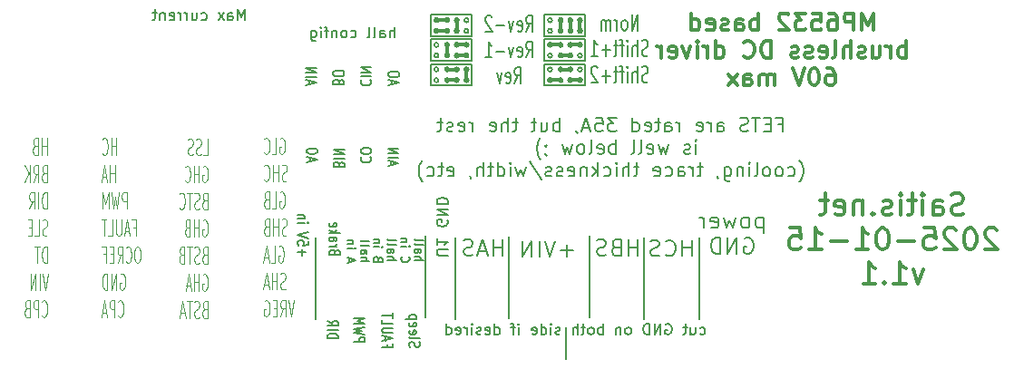
<source format=gbr>
%TF.GenerationSoftware,KiCad,Pcbnew,6.0.11*%
%TF.CreationDate,2025-01-17T14:03:23+01:00*%
%TF.ProjectId,MP6532_board_28-QFN,4d503635-3332-45f6-926f-6172645f3238,rev?*%
%TF.SameCoordinates,Original*%
%TF.FileFunction,Legend,Bot*%
%TF.FilePolarity,Positive*%
%FSLAX46Y46*%
G04 Gerber Fmt 4.6, Leading zero omitted, Abs format (unit mm)*
G04 Created by KiCad (PCBNEW 6.0.11) date 2025-01-17 14:03:23*
%MOMM*%
%LPD*%
G01*
G04 APERTURE LIST*
%ADD10C,0.150000*%
%ADD11C,0.300000*%
%ADD12C,0.100000*%
G04 APERTURE END LIST*
D10*
X83695238Y-45163571D02*
X84028571Y-44449285D01*
X84266666Y-45163571D02*
X84266666Y-43663571D01*
X83885714Y-43663571D01*
X83790476Y-43735000D01*
X83742857Y-43806428D01*
X83695238Y-43949285D01*
X83695238Y-44163571D01*
X83742857Y-44306428D01*
X83790476Y-44377857D01*
X83885714Y-44449285D01*
X84266666Y-44449285D01*
X82885714Y-45092142D02*
X82980952Y-45163571D01*
X83171428Y-45163571D01*
X83266666Y-45092142D01*
X83314285Y-44949285D01*
X83314285Y-44377857D01*
X83266666Y-44235000D01*
X83171428Y-44163571D01*
X82980952Y-44163571D01*
X82885714Y-44235000D01*
X82838095Y-44377857D01*
X82838095Y-44520714D01*
X83314285Y-44663571D01*
X82504761Y-44163571D02*
X82266666Y-45163571D01*
X82028571Y-44163571D01*
X81647619Y-44592142D02*
X80885714Y-44592142D01*
X80457142Y-43806428D02*
X80409523Y-43735000D01*
X80314285Y-43663571D01*
X80076190Y-43663571D01*
X79980952Y-43735000D01*
X79933333Y-43806428D01*
X79885714Y-43949285D01*
X79885714Y-44092142D01*
X79933333Y-44306428D01*
X80504761Y-45163571D01*
X79885714Y-45163571D01*
X83695238Y-47578571D02*
X84028571Y-46864285D01*
X84266666Y-47578571D02*
X84266666Y-46078571D01*
X83885714Y-46078571D01*
X83790476Y-46150000D01*
X83742857Y-46221428D01*
X83695238Y-46364285D01*
X83695238Y-46578571D01*
X83742857Y-46721428D01*
X83790476Y-46792857D01*
X83885714Y-46864285D01*
X84266666Y-46864285D01*
X82885714Y-47507142D02*
X82980952Y-47578571D01*
X83171428Y-47578571D01*
X83266666Y-47507142D01*
X83314285Y-47364285D01*
X83314285Y-46792857D01*
X83266666Y-46650000D01*
X83171428Y-46578571D01*
X82980952Y-46578571D01*
X82885714Y-46650000D01*
X82838095Y-46792857D01*
X82838095Y-46935714D01*
X83314285Y-47078571D01*
X82504761Y-46578571D02*
X82266666Y-47578571D01*
X82028571Y-46578571D01*
X81647619Y-47007142D02*
X80885714Y-47007142D01*
X79885714Y-47578571D02*
X80457142Y-47578571D01*
X80171428Y-47578571D02*
X80171428Y-46078571D01*
X80266666Y-46292857D01*
X80361904Y-46435714D01*
X80457142Y-46507142D01*
X82600000Y-49993571D02*
X82933333Y-49279285D01*
X83171428Y-49993571D02*
X83171428Y-48493571D01*
X82790476Y-48493571D01*
X82695238Y-48565000D01*
X82647619Y-48636428D01*
X82600000Y-48779285D01*
X82600000Y-48993571D01*
X82647619Y-49136428D01*
X82695238Y-49207857D01*
X82790476Y-49279285D01*
X83171428Y-49279285D01*
X81790476Y-49922142D02*
X81885714Y-49993571D01*
X82076190Y-49993571D01*
X82171428Y-49922142D01*
X82219047Y-49779285D01*
X82219047Y-49207857D01*
X82171428Y-49065000D01*
X82076190Y-48993571D01*
X81885714Y-48993571D01*
X81790476Y-49065000D01*
X81742857Y-49207857D01*
X81742857Y-49350714D01*
X82219047Y-49493571D01*
X81409523Y-48993571D02*
X81171428Y-49993571D01*
X80933333Y-48993571D01*
X94114285Y-45063571D02*
X94114285Y-43563571D01*
X93542857Y-45063571D01*
X93542857Y-43563571D01*
X92923809Y-45063571D02*
X93019047Y-44992142D01*
X93066666Y-44920714D01*
X93114285Y-44777857D01*
X93114285Y-44349285D01*
X93066666Y-44206428D01*
X93019047Y-44135000D01*
X92923809Y-44063571D01*
X92780952Y-44063571D01*
X92685714Y-44135000D01*
X92638095Y-44206428D01*
X92590476Y-44349285D01*
X92590476Y-44777857D01*
X92638095Y-44920714D01*
X92685714Y-44992142D01*
X92780952Y-45063571D01*
X92923809Y-45063571D01*
X92161904Y-45063571D02*
X92161904Y-44063571D01*
X92161904Y-44349285D02*
X92114285Y-44206428D01*
X92066666Y-44135000D01*
X91971428Y-44063571D01*
X91876190Y-44063571D01*
X91542857Y-45063571D02*
X91542857Y-44063571D01*
X91542857Y-44206428D02*
X91495238Y-44135000D01*
X91400000Y-44063571D01*
X91257142Y-44063571D01*
X91161904Y-44135000D01*
X91114285Y-44277857D01*
X91114285Y-45063571D01*
X91114285Y-44277857D02*
X91066666Y-44135000D01*
X90971428Y-44063571D01*
X90828571Y-44063571D01*
X90733333Y-44135000D01*
X90685714Y-44277857D01*
X90685714Y-45063571D01*
X95042857Y-47407142D02*
X94900000Y-47478571D01*
X94661904Y-47478571D01*
X94566666Y-47407142D01*
X94519047Y-47335714D01*
X94471428Y-47192857D01*
X94471428Y-47050000D01*
X94519047Y-46907142D01*
X94566666Y-46835714D01*
X94661904Y-46764285D01*
X94852380Y-46692857D01*
X94947619Y-46621428D01*
X94995238Y-46550000D01*
X95042857Y-46407142D01*
X95042857Y-46264285D01*
X94995238Y-46121428D01*
X94947619Y-46050000D01*
X94852380Y-45978571D01*
X94614285Y-45978571D01*
X94471428Y-46050000D01*
X94042857Y-47478571D02*
X94042857Y-45978571D01*
X93614285Y-47478571D02*
X93614285Y-46692857D01*
X93661904Y-46550000D01*
X93757142Y-46478571D01*
X93900000Y-46478571D01*
X93995238Y-46550000D01*
X94042857Y-46621428D01*
X93138095Y-47478571D02*
X93138095Y-46478571D01*
X93138095Y-45978571D02*
X93185714Y-46050000D01*
X93138095Y-46121428D01*
X93090476Y-46050000D01*
X93138095Y-45978571D01*
X93138095Y-46121428D01*
X92804761Y-46478571D02*
X92423809Y-46478571D01*
X92661904Y-47478571D02*
X92661904Y-46192857D01*
X92614285Y-46050000D01*
X92519047Y-45978571D01*
X92423809Y-45978571D01*
X92233333Y-46478571D02*
X91852380Y-46478571D01*
X92090476Y-45978571D02*
X92090476Y-47264285D01*
X92042857Y-47407142D01*
X91947619Y-47478571D01*
X91852380Y-47478571D01*
X91519047Y-46907142D02*
X90757142Y-46907142D01*
X91138095Y-47478571D02*
X91138095Y-46335714D01*
X89757142Y-47478571D02*
X90328571Y-47478571D01*
X90042857Y-47478571D02*
X90042857Y-45978571D01*
X90138095Y-46192857D01*
X90233333Y-46335714D01*
X90328571Y-46407142D01*
X95042857Y-49822142D02*
X94900000Y-49893571D01*
X94661904Y-49893571D01*
X94566666Y-49822142D01*
X94519047Y-49750714D01*
X94471428Y-49607857D01*
X94471428Y-49465000D01*
X94519047Y-49322142D01*
X94566666Y-49250714D01*
X94661904Y-49179285D01*
X94852380Y-49107857D01*
X94947619Y-49036428D01*
X94995238Y-48965000D01*
X95042857Y-48822142D01*
X95042857Y-48679285D01*
X94995238Y-48536428D01*
X94947619Y-48465000D01*
X94852380Y-48393571D01*
X94614285Y-48393571D01*
X94471428Y-48465000D01*
X94042857Y-49893571D02*
X94042857Y-48393571D01*
X93614285Y-49893571D02*
X93614285Y-49107857D01*
X93661904Y-48965000D01*
X93757142Y-48893571D01*
X93900000Y-48893571D01*
X93995238Y-48965000D01*
X94042857Y-49036428D01*
X93138095Y-49893571D02*
X93138095Y-48893571D01*
X93138095Y-48393571D02*
X93185714Y-48465000D01*
X93138095Y-48536428D01*
X93090476Y-48465000D01*
X93138095Y-48393571D01*
X93138095Y-48536428D01*
X92804761Y-48893571D02*
X92423809Y-48893571D01*
X92661904Y-49893571D02*
X92661904Y-48607857D01*
X92614285Y-48465000D01*
X92519047Y-48393571D01*
X92423809Y-48393571D01*
X92233333Y-48893571D02*
X91852380Y-48893571D01*
X92090476Y-48393571D02*
X92090476Y-49679285D01*
X92042857Y-49822142D01*
X91947619Y-49893571D01*
X91852380Y-49893571D01*
X91519047Y-49322142D02*
X90757142Y-49322142D01*
X91138095Y-49893571D02*
X91138095Y-48750714D01*
X90328571Y-48536428D02*
X90280952Y-48465000D01*
X90185714Y-48393571D01*
X89947619Y-48393571D01*
X89852380Y-48465000D01*
X89804761Y-48536428D01*
X89757142Y-48679285D01*
X89757142Y-48822142D01*
X89804761Y-49036428D01*
X90376190Y-49893571D01*
X89757142Y-49893571D01*
D11*
X78100000Y-48700000D02*
X78100000Y-49700000D01*
X76300000Y-46400000D02*
X76300000Y-47400000D01*
X77200000Y-44100000D02*
X77200000Y-45100000D01*
X76200000Y-49700000D02*
X77200000Y-49700000D01*
X76200000Y-48700000D02*
X77200000Y-48700000D01*
X77200000Y-47400000D02*
X78200000Y-47400000D01*
X77200000Y-46400000D02*
X78200000Y-46400000D01*
X75300000Y-45100000D02*
X76300000Y-45100000D01*
X75300000Y-44100000D02*
X76300000Y-44100000D01*
X86800000Y-48700000D02*
X87800000Y-48700000D01*
X85900000Y-49700000D02*
X86900000Y-49700000D01*
X87800000Y-49700000D02*
X88800000Y-49700000D01*
X86900000Y-47400000D02*
X87900000Y-47400000D01*
X85900000Y-46400000D02*
X86900000Y-46400000D01*
X87700000Y-46400000D02*
X88700000Y-46400000D01*
D10*
X77400000Y-48700000D02*
G75*
G03*
X77400000Y-48700000I-200000J0D01*
G01*
X75500000Y-48700000D02*
G75*
G03*
X75500000Y-48700000I-200000J0D01*
G01*
X78600000Y-48200000D02*
X74800000Y-48200000D01*
X74800000Y-48200000D02*
X74800000Y-50200000D01*
X74800000Y-50200000D02*
X78600000Y-50200000D01*
X78600000Y-50200000D02*
X78600000Y-48200000D01*
X75500000Y-49700000D02*
G75*
G03*
X75500000Y-49700000I-200000J0D01*
G01*
X76500000Y-48700000D02*
G75*
G03*
X76500000Y-48700000I-200000J0D01*
G01*
X76500000Y-49700000D02*
G75*
G03*
X76500000Y-49700000I-200000J0D01*
G01*
X77400000Y-49700000D02*
G75*
G03*
X77400000Y-49700000I-200000J0D01*
G01*
X78300000Y-49700000D02*
G75*
G03*
X78300000Y-49700000I-200000J0D01*
G01*
X78300000Y-48700000D02*
G75*
G03*
X78300000Y-48700000I-200000J0D01*
G01*
X77400000Y-46400000D02*
G75*
G03*
X77400000Y-46400000I-200000J0D01*
G01*
X75500000Y-46400000D02*
G75*
G03*
X75500000Y-46400000I-200000J0D01*
G01*
X78600000Y-45900000D02*
X74800000Y-45900000D01*
X74800000Y-45900000D02*
X74800000Y-47900000D01*
X74800000Y-47900000D02*
X78600000Y-47900000D01*
X78600000Y-47900000D02*
X78600000Y-45900000D01*
X75500000Y-47400000D02*
G75*
G03*
X75500000Y-47400000I-200000J0D01*
G01*
X76500000Y-46400000D02*
G75*
G03*
X76500000Y-46400000I-200000J0D01*
G01*
X76500000Y-47400000D02*
G75*
G03*
X76500000Y-47400000I-200000J0D01*
G01*
X77400000Y-47400000D02*
G75*
G03*
X77400000Y-47400000I-200000J0D01*
G01*
X78300000Y-47400000D02*
G75*
G03*
X78300000Y-47400000I-200000J0D01*
G01*
X78300000Y-46400000D02*
G75*
G03*
X78300000Y-46400000I-200000J0D01*
G01*
X77400000Y-44100000D02*
G75*
G03*
X77400000Y-44100000I-200000J0D01*
G01*
X75500000Y-44100000D02*
G75*
G03*
X75500000Y-44100000I-200000J0D01*
G01*
X78600000Y-43600000D02*
X74800000Y-43600000D01*
X74800000Y-43600000D02*
X74800000Y-45600000D01*
X74800000Y-45600000D02*
X78600000Y-45600000D01*
X78600000Y-45600000D02*
X78600000Y-43600000D01*
X75500000Y-45100000D02*
G75*
G03*
X75500000Y-45100000I-200000J0D01*
G01*
X76500000Y-44100000D02*
G75*
G03*
X76500000Y-44100000I-200000J0D01*
G01*
X76500000Y-45100000D02*
G75*
G03*
X76500000Y-45100000I-200000J0D01*
G01*
X77400000Y-45100000D02*
G75*
G03*
X77400000Y-45100000I-200000J0D01*
G01*
X78300000Y-45100000D02*
G75*
G03*
X78300000Y-45100000I-200000J0D01*
G01*
X78300000Y-44100000D02*
G75*
G03*
X78300000Y-44100000I-200000J0D01*
G01*
X88000000Y-48700000D02*
G75*
G03*
X88000000Y-48700000I-200000J0D01*
G01*
X86100000Y-48700000D02*
G75*
G03*
X86100000Y-48700000I-200000J0D01*
G01*
X89200000Y-48200000D02*
X85400000Y-48200000D01*
X85400000Y-48200000D02*
X85400000Y-50200000D01*
X85400000Y-50200000D02*
X89200000Y-50200000D01*
X89200000Y-50200000D02*
X89200000Y-48200000D01*
X86100000Y-49700000D02*
G75*
G03*
X86100000Y-49700000I-200000J0D01*
G01*
X87100000Y-48700000D02*
G75*
G03*
X87100000Y-48700000I-200000J0D01*
G01*
X87100000Y-49700000D02*
G75*
G03*
X87100000Y-49700000I-200000J0D01*
G01*
X88000000Y-49700000D02*
G75*
G03*
X88000000Y-49700000I-200000J0D01*
G01*
X88900000Y-49700000D02*
G75*
G03*
X88900000Y-49700000I-200000J0D01*
G01*
X88900000Y-48700000D02*
G75*
G03*
X88900000Y-48700000I-200000J0D01*
G01*
X89200000Y-45900000D02*
X85400000Y-45900000D01*
X85400000Y-45900000D02*
X85400000Y-47900000D01*
X85400000Y-47900000D02*
X89200000Y-47900000D01*
X89200000Y-47900000D02*
X89200000Y-45900000D01*
X89200000Y-43600000D02*
X85400000Y-43600000D01*
X85400000Y-43600000D02*
X85400000Y-45600000D01*
X85400000Y-45600000D02*
X89200000Y-45600000D01*
X89200000Y-45600000D02*
X89200000Y-43600000D01*
D11*
X86900000Y-44100000D02*
X86900000Y-45100000D01*
X87800000Y-44100000D02*
X87800000Y-45100000D01*
X88700000Y-44100000D02*
X88700000Y-45100000D01*
D10*
X86100000Y-47400000D02*
G75*
G03*
X86100000Y-47400000I-200000J0D01*
G01*
X86100000Y-46400000D02*
G75*
G03*
X86100000Y-46400000I-200000J0D01*
G01*
X88900000Y-46400000D02*
G75*
G03*
X88900000Y-46400000I-200000J0D01*
G01*
X88000000Y-46400000D02*
G75*
G03*
X88000000Y-46400000I-200000J0D01*
G01*
X88000000Y-47400000D02*
G75*
G03*
X88000000Y-47400000I-200000J0D01*
G01*
X87100000Y-47400000D02*
G75*
G03*
X87100000Y-47400000I-200000J0D01*
G01*
X88900000Y-47400000D02*
G75*
G03*
X88900000Y-47400000I-200000J0D01*
G01*
X87100000Y-46400000D02*
G75*
G03*
X87100000Y-46400000I-200000J0D01*
G01*
X86100000Y-44100000D02*
G75*
G03*
X86100000Y-44100000I-200000J0D01*
G01*
X86100000Y-45100000D02*
G75*
G03*
X86100000Y-45100000I-200000J0D01*
G01*
X87100000Y-44100000D02*
G75*
G03*
X87100000Y-44100000I-200000J0D01*
G01*
X87100000Y-45100000D02*
G75*
G03*
X87100000Y-45100000I-200000J0D01*
G01*
X88000000Y-44100000D02*
G75*
G03*
X88000000Y-44100000I-200000J0D01*
G01*
X88000000Y-45100000D02*
G75*
G03*
X88000000Y-45100000I-200000J0D01*
G01*
X88900000Y-45100000D02*
G75*
G03*
X88900000Y-45100000I-200000J0D01*
G01*
X88900000Y-44100000D02*
G75*
G03*
X88900000Y-44100000I-200000J0D01*
G01*
X107169047Y-53814142D02*
X107602380Y-53814142D01*
X107602380Y-54495095D02*
X107602380Y-53195095D01*
X106983333Y-53195095D01*
X106488095Y-53814142D02*
X106054761Y-53814142D01*
X105869047Y-54495095D02*
X106488095Y-54495095D01*
X106488095Y-53195095D01*
X105869047Y-53195095D01*
X105497619Y-53195095D02*
X104754761Y-53195095D01*
X105126190Y-54495095D02*
X105126190Y-53195095D01*
X104383333Y-54433190D02*
X104197619Y-54495095D01*
X103888095Y-54495095D01*
X103764285Y-54433190D01*
X103702380Y-54371285D01*
X103640476Y-54247476D01*
X103640476Y-54123666D01*
X103702380Y-53999857D01*
X103764285Y-53937952D01*
X103888095Y-53876047D01*
X104135714Y-53814142D01*
X104259523Y-53752238D01*
X104321428Y-53690333D01*
X104383333Y-53566523D01*
X104383333Y-53442714D01*
X104321428Y-53318904D01*
X104259523Y-53257000D01*
X104135714Y-53195095D01*
X103826190Y-53195095D01*
X103640476Y-53257000D01*
X101535714Y-54495095D02*
X101535714Y-53814142D01*
X101597619Y-53690333D01*
X101721428Y-53628428D01*
X101969047Y-53628428D01*
X102092857Y-53690333D01*
X101535714Y-54433190D02*
X101659523Y-54495095D01*
X101969047Y-54495095D01*
X102092857Y-54433190D01*
X102154761Y-54309380D01*
X102154761Y-54185571D01*
X102092857Y-54061761D01*
X101969047Y-53999857D01*
X101659523Y-53999857D01*
X101535714Y-53937952D01*
X100916666Y-54495095D02*
X100916666Y-53628428D01*
X100916666Y-53876047D02*
X100854761Y-53752238D01*
X100792857Y-53690333D01*
X100669047Y-53628428D01*
X100545238Y-53628428D01*
X99616666Y-54433190D02*
X99740476Y-54495095D01*
X99988095Y-54495095D01*
X100111904Y-54433190D01*
X100173809Y-54309380D01*
X100173809Y-53814142D01*
X100111904Y-53690333D01*
X99988095Y-53628428D01*
X99740476Y-53628428D01*
X99616666Y-53690333D01*
X99554761Y-53814142D01*
X99554761Y-53937952D01*
X100173809Y-54061761D01*
X98007142Y-54495095D02*
X98007142Y-53628428D01*
X98007142Y-53876047D02*
X97945238Y-53752238D01*
X97883333Y-53690333D01*
X97759523Y-53628428D01*
X97635714Y-53628428D01*
X96645238Y-54495095D02*
X96645238Y-53814142D01*
X96707142Y-53690333D01*
X96830952Y-53628428D01*
X97078571Y-53628428D01*
X97202380Y-53690333D01*
X96645238Y-54433190D02*
X96769047Y-54495095D01*
X97078571Y-54495095D01*
X97202380Y-54433190D01*
X97264285Y-54309380D01*
X97264285Y-54185571D01*
X97202380Y-54061761D01*
X97078571Y-53999857D01*
X96769047Y-53999857D01*
X96645238Y-53937952D01*
X96211904Y-53628428D02*
X95716666Y-53628428D01*
X96026190Y-53195095D02*
X96026190Y-54309380D01*
X95964285Y-54433190D01*
X95840476Y-54495095D01*
X95716666Y-54495095D01*
X94788095Y-54433190D02*
X94911904Y-54495095D01*
X95159523Y-54495095D01*
X95283333Y-54433190D01*
X95345238Y-54309380D01*
X95345238Y-53814142D01*
X95283333Y-53690333D01*
X95159523Y-53628428D01*
X94911904Y-53628428D01*
X94788095Y-53690333D01*
X94726190Y-53814142D01*
X94726190Y-53937952D01*
X95345238Y-54061761D01*
X93611904Y-54495095D02*
X93611904Y-53195095D01*
X93611904Y-54433190D02*
X93735714Y-54495095D01*
X93983333Y-54495095D01*
X94107142Y-54433190D01*
X94169047Y-54371285D01*
X94230952Y-54247476D01*
X94230952Y-53876047D01*
X94169047Y-53752238D01*
X94107142Y-53690333D01*
X93983333Y-53628428D01*
X93735714Y-53628428D01*
X93611904Y-53690333D01*
X92126190Y-53195095D02*
X91321428Y-53195095D01*
X91754761Y-53690333D01*
X91569047Y-53690333D01*
X91445238Y-53752238D01*
X91383333Y-53814142D01*
X91321428Y-53937952D01*
X91321428Y-54247476D01*
X91383333Y-54371285D01*
X91445238Y-54433190D01*
X91569047Y-54495095D01*
X91940476Y-54495095D01*
X92064285Y-54433190D01*
X92126190Y-54371285D01*
X90145238Y-53195095D02*
X90764285Y-53195095D01*
X90826190Y-53814142D01*
X90764285Y-53752238D01*
X90640476Y-53690333D01*
X90330952Y-53690333D01*
X90207142Y-53752238D01*
X90145238Y-53814142D01*
X90083333Y-53937952D01*
X90083333Y-54247476D01*
X90145238Y-54371285D01*
X90207142Y-54433190D01*
X90330952Y-54495095D01*
X90640476Y-54495095D01*
X90764285Y-54433190D01*
X90826190Y-54371285D01*
X89588095Y-54123666D02*
X88969047Y-54123666D01*
X89711904Y-54495095D02*
X89278571Y-53195095D01*
X88845238Y-54495095D01*
X88350000Y-54433190D02*
X88350000Y-54495095D01*
X88411904Y-54618904D01*
X88473809Y-54680809D01*
X86802380Y-54495095D02*
X86802380Y-53195095D01*
X86802380Y-53690333D02*
X86678571Y-53628428D01*
X86430952Y-53628428D01*
X86307142Y-53690333D01*
X86245238Y-53752238D01*
X86183333Y-53876047D01*
X86183333Y-54247476D01*
X86245238Y-54371285D01*
X86307142Y-54433190D01*
X86430952Y-54495095D01*
X86678571Y-54495095D01*
X86802380Y-54433190D01*
X85069047Y-53628428D02*
X85069047Y-54495095D01*
X85626190Y-53628428D02*
X85626190Y-54309380D01*
X85564285Y-54433190D01*
X85440476Y-54495095D01*
X85254761Y-54495095D01*
X85130952Y-54433190D01*
X85069047Y-54371285D01*
X84635714Y-53628428D02*
X84140476Y-53628428D01*
X84450000Y-53195095D02*
X84450000Y-54309380D01*
X84388095Y-54433190D01*
X84264285Y-54495095D01*
X84140476Y-54495095D01*
X82902380Y-53628428D02*
X82407142Y-53628428D01*
X82716666Y-53195095D02*
X82716666Y-54309380D01*
X82654761Y-54433190D01*
X82530952Y-54495095D01*
X82407142Y-54495095D01*
X81973809Y-54495095D02*
X81973809Y-53195095D01*
X81416666Y-54495095D02*
X81416666Y-53814142D01*
X81478571Y-53690333D01*
X81602380Y-53628428D01*
X81788095Y-53628428D01*
X81911904Y-53690333D01*
X81973809Y-53752238D01*
X80302380Y-54433190D02*
X80426190Y-54495095D01*
X80673809Y-54495095D01*
X80797619Y-54433190D01*
X80859523Y-54309380D01*
X80859523Y-53814142D01*
X80797619Y-53690333D01*
X80673809Y-53628428D01*
X80426190Y-53628428D01*
X80302380Y-53690333D01*
X80240476Y-53814142D01*
X80240476Y-53937952D01*
X80859523Y-54061761D01*
X78692857Y-54495095D02*
X78692857Y-53628428D01*
X78692857Y-53876047D02*
X78630952Y-53752238D01*
X78569047Y-53690333D01*
X78445238Y-53628428D01*
X78321428Y-53628428D01*
X77392857Y-54433190D02*
X77516666Y-54495095D01*
X77764285Y-54495095D01*
X77888095Y-54433190D01*
X77950000Y-54309380D01*
X77950000Y-53814142D01*
X77888095Y-53690333D01*
X77764285Y-53628428D01*
X77516666Y-53628428D01*
X77392857Y-53690333D01*
X77330952Y-53814142D01*
X77330952Y-53937952D01*
X77950000Y-54061761D01*
X76835714Y-54433190D02*
X76711904Y-54495095D01*
X76464285Y-54495095D01*
X76340476Y-54433190D01*
X76278571Y-54309380D01*
X76278571Y-54247476D01*
X76340476Y-54123666D01*
X76464285Y-54061761D01*
X76650000Y-54061761D01*
X76773809Y-53999857D01*
X76835714Y-53876047D01*
X76835714Y-53814142D01*
X76773809Y-53690333D01*
X76650000Y-53628428D01*
X76464285Y-53628428D01*
X76340476Y-53690333D01*
X75907142Y-53628428D02*
X75411904Y-53628428D01*
X75721428Y-53195095D02*
X75721428Y-54309380D01*
X75659523Y-54433190D01*
X75535714Y-54495095D01*
X75411904Y-54495095D01*
X99523809Y-56588095D02*
X99523809Y-55721428D01*
X99523809Y-55288095D02*
X99585714Y-55350000D01*
X99523809Y-55411904D01*
X99461904Y-55350000D01*
X99523809Y-55288095D01*
X99523809Y-55411904D01*
X98966666Y-56526190D02*
X98842857Y-56588095D01*
X98595238Y-56588095D01*
X98471428Y-56526190D01*
X98409523Y-56402380D01*
X98409523Y-56340476D01*
X98471428Y-56216666D01*
X98595238Y-56154761D01*
X98780952Y-56154761D01*
X98904761Y-56092857D01*
X98966666Y-55969047D01*
X98966666Y-55907142D01*
X98904761Y-55783333D01*
X98780952Y-55721428D01*
X98595238Y-55721428D01*
X98471428Y-55783333D01*
X96985714Y-55721428D02*
X96738095Y-56588095D01*
X96490476Y-55969047D01*
X96242857Y-56588095D01*
X95995238Y-55721428D01*
X95004761Y-56526190D02*
X95128571Y-56588095D01*
X95376190Y-56588095D01*
X95500000Y-56526190D01*
X95561904Y-56402380D01*
X95561904Y-55907142D01*
X95500000Y-55783333D01*
X95376190Y-55721428D01*
X95128571Y-55721428D01*
X95004761Y-55783333D01*
X94942857Y-55907142D01*
X94942857Y-56030952D01*
X95561904Y-56154761D01*
X94200000Y-56588095D02*
X94323809Y-56526190D01*
X94385714Y-56402380D01*
X94385714Y-55288095D01*
X93519047Y-56588095D02*
X93642857Y-56526190D01*
X93704761Y-56402380D01*
X93704761Y-55288095D01*
X92033333Y-56588095D02*
X92033333Y-55288095D01*
X92033333Y-55783333D02*
X91909523Y-55721428D01*
X91661904Y-55721428D01*
X91538095Y-55783333D01*
X91476190Y-55845238D01*
X91414285Y-55969047D01*
X91414285Y-56340476D01*
X91476190Y-56464285D01*
X91538095Y-56526190D01*
X91661904Y-56588095D01*
X91909523Y-56588095D01*
X92033333Y-56526190D01*
X90361904Y-56526190D02*
X90485714Y-56588095D01*
X90733333Y-56588095D01*
X90857142Y-56526190D01*
X90919047Y-56402380D01*
X90919047Y-55907142D01*
X90857142Y-55783333D01*
X90733333Y-55721428D01*
X90485714Y-55721428D01*
X90361904Y-55783333D01*
X90300000Y-55907142D01*
X90300000Y-56030952D01*
X90919047Y-56154761D01*
X89557142Y-56588095D02*
X89680952Y-56526190D01*
X89742857Y-56402380D01*
X89742857Y-55288095D01*
X88876190Y-56588095D02*
X89000000Y-56526190D01*
X89061904Y-56464285D01*
X89123809Y-56340476D01*
X89123809Y-55969047D01*
X89061904Y-55845238D01*
X89000000Y-55783333D01*
X88876190Y-55721428D01*
X88690476Y-55721428D01*
X88566666Y-55783333D01*
X88504761Y-55845238D01*
X88442857Y-55969047D01*
X88442857Y-56340476D01*
X88504761Y-56464285D01*
X88566666Y-56526190D01*
X88690476Y-56588095D01*
X88876190Y-56588095D01*
X88009523Y-55721428D02*
X87761904Y-56588095D01*
X87514285Y-55969047D01*
X87266666Y-56588095D01*
X87019047Y-55721428D01*
X85471428Y-56526190D02*
X85471428Y-56588095D01*
X85533333Y-56711904D01*
X85595238Y-56773809D01*
X85533333Y-55783333D02*
X85471428Y-55845238D01*
X85533333Y-55907142D01*
X85595238Y-55845238D01*
X85533333Y-55783333D01*
X85533333Y-55907142D01*
X85038095Y-57083333D02*
X84976190Y-57021428D01*
X84852380Y-56835714D01*
X84790476Y-56711904D01*
X84728571Y-56526190D01*
X84666666Y-56216666D01*
X84666666Y-55969047D01*
X84728571Y-55659523D01*
X84790476Y-55473809D01*
X84852380Y-55350000D01*
X84976190Y-55164285D01*
X85038095Y-55102380D01*
X109180952Y-59176333D02*
X109242857Y-59114428D01*
X109366666Y-58928714D01*
X109428571Y-58804904D01*
X109490476Y-58619190D01*
X109552380Y-58309666D01*
X109552380Y-58062047D01*
X109490476Y-57752523D01*
X109428571Y-57566809D01*
X109366666Y-57443000D01*
X109242857Y-57257285D01*
X109180952Y-57195380D01*
X108128571Y-58619190D02*
X108252380Y-58681095D01*
X108500000Y-58681095D01*
X108623809Y-58619190D01*
X108685714Y-58557285D01*
X108747619Y-58433476D01*
X108747619Y-58062047D01*
X108685714Y-57938238D01*
X108623809Y-57876333D01*
X108500000Y-57814428D01*
X108252380Y-57814428D01*
X108128571Y-57876333D01*
X107385714Y-58681095D02*
X107509523Y-58619190D01*
X107571428Y-58557285D01*
X107633333Y-58433476D01*
X107633333Y-58062047D01*
X107571428Y-57938238D01*
X107509523Y-57876333D01*
X107385714Y-57814428D01*
X107200000Y-57814428D01*
X107076190Y-57876333D01*
X107014285Y-57938238D01*
X106952380Y-58062047D01*
X106952380Y-58433476D01*
X107014285Y-58557285D01*
X107076190Y-58619190D01*
X107200000Y-58681095D01*
X107385714Y-58681095D01*
X106209523Y-58681095D02*
X106333333Y-58619190D01*
X106395238Y-58557285D01*
X106457142Y-58433476D01*
X106457142Y-58062047D01*
X106395238Y-57938238D01*
X106333333Y-57876333D01*
X106209523Y-57814428D01*
X106023809Y-57814428D01*
X105900000Y-57876333D01*
X105838095Y-57938238D01*
X105776190Y-58062047D01*
X105776190Y-58433476D01*
X105838095Y-58557285D01*
X105900000Y-58619190D01*
X106023809Y-58681095D01*
X106209523Y-58681095D01*
X105033333Y-58681095D02*
X105157142Y-58619190D01*
X105219047Y-58495380D01*
X105219047Y-57381095D01*
X104538095Y-58681095D02*
X104538095Y-57814428D01*
X104538095Y-57381095D02*
X104600000Y-57443000D01*
X104538095Y-57504904D01*
X104476190Y-57443000D01*
X104538095Y-57381095D01*
X104538095Y-57504904D01*
X103919047Y-57814428D02*
X103919047Y-58681095D01*
X103919047Y-57938238D02*
X103857142Y-57876333D01*
X103733333Y-57814428D01*
X103547619Y-57814428D01*
X103423809Y-57876333D01*
X103361904Y-58000142D01*
X103361904Y-58681095D01*
X102185714Y-57814428D02*
X102185714Y-58866809D01*
X102247619Y-58990619D01*
X102309523Y-59052523D01*
X102433333Y-59114428D01*
X102619047Y-59114428D01*
X102742857Y-59052523D01*
X102185714Y-58619190D02*
X102309523Y-58681095D01*
X102557142Y-58681095D01*
X102680952Y-58619190D01*
X102742857Y-58557285D01*
X102804761Y-58433476D01*
X102804761Y-58062047D01*
X102742857Y-57938238D01*
X102680952Y-57876333D01*
X102557142Y-57814428D01*
X102309523Y-57814428D01*
X102185714Y-57876333D01*
X101504761Y-58619190D02*
X101504761Y-58681095D01*
X101566666Y-58804904D01*
X101628571Y-58866809D01*
X100142857Y-57814428D02*
X99647619Y-57814428D01*
X99957142Y-57381095D02*
X99957142Y-58495380D01*
X99895238Y-58619190D01*
X99771428Y-58681095D01*
X99647619Y-58681095D01*
X99214285Y-58681095D02*
X99214285Y-57814428D01*
X99214285Y-58062047D02*
X99152380Y-57938238D01*
X99090476Y-57876333D01*
X98966666Y-57814428D01*
X98842857Y-57814428D01*
X97852380Y-58681095D02*
X97852380Y-58000142D01*
X97914285Y-57876333D01*
X98038095Y-57814428D01*
X98285714Y-57814428D01*
X98409523Y-57876333D01*
X97852380Y-58619190D02*
X97976190Y-58681095D01*
X98285714Y-58681095D01*
X98409523Y-58619190D01*
X98471428Y-58495380D01*
X98471428Y-58371571D01*
X98409523Y-58247761D01*
X98285714Y-58185857D01*
X97976190Y-58185857D01*
X97852380Y-58123952D01*
X96676190Y-58619190D02*
X96800000Y-58681095D01*
X97047619Y-58681095D01*
X97171428Y-58619190D01*
X97233333Y-58557285D01*
X97295238Y-58433476D01*
X97295238Y-58062047D01*
X97233333Y-57938238D01*
X97171428Y-57876333D01*
X97047619Y-57814428D01*
X96800000Y-57814428D01*
X96676190Y-57876333D01*
X95623809Y-58619190D02*
X95747619Y-58681095D01*
X95995238Y-58681095D01*
X96119047Y-58619190D01*
X96180952Y-58495380D01*
X96180952Y-58000142D01*
X96119047Y-57876333D01*
X95995238Y-57814428D01*
X95747619Y-57814428D01*
X95623809Y-57876333D01*
X95561904Y-58000142D01*
X95561904Y-58123952D01*
X96180952Y-58247761D01*
X94200000Y-57814428D02*
X93704761Y-57814428D01*
X94014285Y-57381095D02*
X94014285Y-58495380D01*
X93952380Y-58619190D01*
X93828571Y-58681095D01*
X93704761Y-58681095D01*
X93271428Y-58681095D02*
X93271428Y-57381095D01*
X92714285Y-58681095D02*
X92714285Y-58000142D01*
X92776190Y-57876333D01*
X92900000Y-57814428D01*
X93085714Y-57814428D01*
X93209523Y-57876333D01*
X93271428Y-57938238D01*
X92095238Y-58681095D02*
X92095238Y-57814428D01*
X92095238Y-57381095D02*
X92157142Y-57443000D01*
X92095238Y-57504904D01*
X92033333Y-57443000D01*
X92095238Y-57381095D01*
X92095238Y-57504904D01*
X90919047Y-58619190D02*
X91042857Y-58681095D01*
X91290476Y-58681095D01*
X91414285Y-58619190D01*
X91476190Y-58557285D01*
X91538095Y-58433476D01*
X91538095Y-58062047D01*
X91476190Y-57938238D01*
X91414285Y-57876333D01*
X91290476Y-57814428D01*
X91042857Y-57814428D01*
X90919047Y-57876333D01*
X90361904Y-58681095D02*
X90361904Y-57381095D01*
X90238095Y-58185857D02*
X89866666Y-58681095D01*
X89866666Y-57814428D02*
X90361904Y-58309666D01*
X89309523Y-57814428D02*
X89309523Y-58681095D01*
X89309523Y-57938238D02*
X89247619Y-57876333D01*
X89123809Y-57814428D01*
X88938095Y-57814428D01*
X88814285Y-57876333D01*
X88752380Y-58000142D01*
X88752380Y-58681095D01*
X87638095Y-58619190D02*
X87761904Y-58681095D01*
X88009523Y-58681095D01*
X88133333Y-58619190D01*
X88195238Y-58495380D01*
X88195238Y-58000142D01*
X88133333Y-57876333D01*
X88009523Y-57814428D01*
X87761904Y-57814428D01*
X87638095Y-57876333D01*
X87576190Y-58000142D01*
X87576190Y-58123952D01*
X88195238Y-58247761D01*
X87080952Y-58619190D02*
X86957142Y-58681095D01*
X86709523Y-58681095D01*
X86585714Y-58619190D01*
X86523809Y-58495380D01*
X86523809Y-58433476D01*
X86585714Y-58309666D01*
X86709523Y-58247761D01*
X86895238Y-58247761D01*
X87019047Y-58185857D01*
X87080952Y-58062047D01*
X87080952Y-58000142D01*
X87019047Y-57876333D01*
X86895238Y-57814428D01*
X86709523Y-57814428D01*
X86585714Y-57876333D01*
X86028571Y-58619190D02*
X85904761Y-58681095D01*
X85657142Y-58681095D01*
X85533333Y-58619190D01*
X85471428Y-58495380D01*
X85471428Y-58433476D01*
X85533333Y-58309666D01*
X85657142Y-58247761D01*
X85842857Y-58247761D01*
X85966666Y-58185857D01*
X86028571Y-58062047D01*
X86028571Y-58000142D01*
X85966666Y-57876333D01*
X85842857Y-57814428D01*
X85657142Y-57814428D01*
X85533333Y-57876333D01*
X83985714Y-57319190D02*
X85100000Y-58990619D01*
X83676190Y-57814428D02*
X83428571Y-58681095D01*
X83180952Y-58062047D01*
X82933333Y-58681095D01*
X82685714Y-57814428D01*
X82190476Y-58681095D02*
X82190476Y-57814428D01*
X82190476Y-57381095D02*
X82252380Y-57443000D01*
X82190476Y-57504904D01*
X82128571Y-57443000D01*
X82190476Y-57381095D01*
X82190476Y-57504904D01*
X81014285Y-58681095D02*
X81014285Y-57381095D01*
X81014285Y-58619190D02*
X81138095Y-58681095D01*
X81385714Y-58681095D01*
X81509523Y-58619190D01*
X81571428Y-58557285D01*
X81633333Y-58433476D01*
X81633333Y-58062047D01*
X81571428Y-57938238D01*
X81509523Y-57876333D01*
X81385714Y-57814428D01*
X81138095Y-57814428D01*
X81014285Y-57876333D01*
X80580952Y-57814428D02*
X80085714Y-57814428D01*
X80395238Y-57381095D02*
X80395238Y-58495380D01*
X80333333Y-58619190D01*
X80209523Y-58681095D01*
X80085714Y-58681095D01*
X79652380Y-58681095D02*
X79652380Y-57381095D01*
X79095238Y-58681095D02*
X79095238Y-58000142D01*
X79157142Y-57876333D01*
X79280952Y-57814428D01*
X79466666Y-57814428D01*
X79590476Y-57876333D01*
X79652380Y-57938238D01*
X78414285Y-58619190D02*
X78414285Y-58681095D01*
X78476190Y-58804904D01*
X78538095Y-58866809D01*
X76371428Y-58619190D02*
X76495238Y-58681095D01*
X76742857Y-58681095D01*
X76866666Y-58619190D01*
X76928571Y-58495380D01*
X76928571Y-58000142D01*
X76866666Y-57876333D01*
X76742857Y-57814428D01*
X76495238Y-57814428D01*
X76371428Y-57876333D01*
X76309523Y-58000142D01*
X76309523Y-58123952D01*
X76928571Y-58247761D01*
X75938095Y-57814428D02*
X75442857Y-57814428D01*
X75752380Y-57381095D02*
X75752380Y-58495380D01*
X75690476Y-58619190D01*
X75566666Y-58681095D01*
X75442857Y-58681095D01*
X74452380Y-58619190D02*
X74576190Y-58681095D01*
X74823809Y-58681095D01*
X74947619Y-58619190D01*
X75009523Y-58557285D01*
X75071428Y-58433476D01*
X75071428Y-58062047D01*
X75009523Y-57938238D01*
X74947619Y-57876333D01*
X74823809Y-57814428D01*
X74576190Y-57814428D01*
X74452380Y-57876333D01*
X74019047Y-59176333D02*
X73957142Y-59114428D01*
X73833333Y-58928714D01*
X73771428Y-58804904D01*
X73709523Y-58619190D01*
X73647619Y-58309666D01*
X73647619Y-58062047D01*
X73709523Y-57752523D01*
X73771428Y-57566809D01*
X73833333Y-57443000D01*
X73957142Y-57257285D01*
X74019047Y-57195380D01*
X82030000Y-71930000D02*
X82030000Y-64310000D01*
X89560000Y-71880000D02*
X89560000Y-64260000D01*
X64010000Y-71980000D02*
X64010000Y-64360000D01*
X77030000Y-71980000D02*
X77030000Y-64360000D01*
X99860000Y-71980000D02*
X99860000Y-64360000D01*
X74310000Y-71830000D02*
X74310000Y-64210000D01*
X87370000Y-72820000D02*
X87370000Y-75780000D01*
X94710000Y-71980000D02*
X94710000Y-64360000D01*
X76347619Y-66066666D02*
X75538095Y-66066666D01*
X75442857Y-66019047D01*
X75395238Y-65971428D01*
X75347619Y-65876190D01*
X75347619Y-65685714D01*
X75395238Y-65590476D01*
X75442857Y-65542857D01*
X75538095Y-65495238D01*
X76347619Y-65495238D01*
X75347619Y-64495238D02*
X75347619Y-65066666D01*
X75347619Y-64780952D02*
X76347619Y-64780952D01*
X76204761Y-64876190D01*
X76109523Y-64971428D01*
X76061904Y-65066666D01*
X76300000Y-62780952D02*
X76347619Y-62876190D01*
X76347619Y-63019047D01*
X76300000Y-63161904D01*
X76204761Y-63257142D01*
X76109523Y-63304761D01*
X75919047Y-63352380D01*
X75776190Y-63352380D01*
X75585714Y-63304761D01*
X75490476Y-63257142D01*
X75395238Y-63161904D01*
X75347619Y-63019047D01*
X75347619Y-62923809D01*
X75395238Y-62780952D01*
X75442857Y-62733333D01*
X75776190Y-62733333D01*
X75776190Y-62923809D01*
X75347619Y-62304761D02*
X76347619Y-62304761D01*
X75347619Y-61733333D01*
X76347619Y-61733333D01*
X75347619Y-61257142D02*
X76347619Y-61257142D01*
X76347619Y-61019047D01*
X76300000Y-60876190D01*
X76204761Y-60780952D01*
X76109523Y-60733333D01*
X75919047Y-60685714D01*
X75776190Y-60685714D01*
X75585714Y-60733333D01*
X75490476Y-60780952D01*
X75395238Y-60876190D01*
X75347619Y-61019047D01*
X75347619Y-61257142D01*
X71043333Y-57640000D02*
X71043333Y-57259047D01*
X70757619Y-57716190D02*
X71757619Y-57449523D01*
X70757619Y-57182857D01*
X70757619Y-56916190D02*
X71757619Y-56916190D01*
X70757619Y-56535238D02*
X71757619Y-56535238D01*
X70757619Y-56078095D01*
X71757619Y-56078095D01*
X66221428Y-57532380D02*
X66173809Y-57418095D01*
X66126190Y-57380000D01*
X66030952Y-57341904D01*
X65888095Y-57341904D01*
X65792857Y-57380000D01*
X65745238Y-57418095D01*
X65697619Y-57494285D01*
X65697619Y-57799047D01*
X66697619Y-57799047D01*
X66697619Y-57532380D01*
X66650000Y-57456190D01*
X66602380Y-57418095D01*
X66507142Y-57380000D01*
X66411904Y-57380000D01*
X66316666Y-57418095D01*
X66269047Y-57456190D01*
X66221428Y-57532380D01*
X66221428Y-57799047D01*
X65697619Y-56999047D02*
X66697619Y-56999047D01*
X65697619Y-56618095D02*
X66697619Y-56618095D01*
X65697619Y-56160952D01*
X66697619Y-56160952D01*
X68252095Y-66612380D02*
X69052095Y-66612380D01*
X68252095Y-66269523D02*
X68671142Y-66269523D01*
X68747333Y-66307619D01*
X68785428Y-66383809D01*
X68785428Y-66498095D01*
X68747333Y-66574285D01*
X68709238Y-66612380D01*
X68252095Y-65545714D02*
X68671142Y-65545714D01*
X68747333Y-65583809D01*
X68785428Y-65660000D01*
X68785428Y-65812380D01*
X68747333Y-65888571D01*
X68290190Y-65545714D02*
X68252095Y-65621904D01*
X68252095Y-65812380D01*
X68290190Y-65888571D01*
X68366380Y-65926666D01*
X68442571Y-65926666D01*
X68518761Y-65888571D01*
X68556857Y-65812380D01*
X68556857Y-65621904D01*
X68594952Y-65545714D01*
X68252095Y-65050476D02*
X68290190Y-65126666D01*
X68366380Y-65164761D01*
X69052095Y-65164761D01*
X68252095Y-64631428D02*
X68290190Y-64707619D01*
X68366380Y-64745714D01*
X69052095Y-64745714D01*
X67192666Y-66707619D02*
X67192666Y-66326666D01*
X66964095Y-66783809D02*
X67764095Y-66517142D01*
X66964095Y-66250476D01*
X66964095Y-65374285D02*
X67497428Y-65374285D01*
X67764095Y-65374285D02*
X67726000Y-65412380D01*
X67687904Y-65374285D01*
X67726000Y-65336190D01*
X67764095Y-65374285D01*
X67687904Y-65374285D01*
X67497428Y-64993333D02*
X66964095Y-64993333D01*
X67421238Y-64993333D02*
X67459333Y-64955238D01*
X67497428Y-64879047D01*
X67497428Y-64764761D01*
X67459333Y-64688571D01*
X67383142Y-64650476D01*
X66964095Y-64650476D01*
D12*
X45412619Y-56677138D02*
X45412619Y-55107138D01*
X45412619Y-55854757D02*
X44955476Y-55854757D01*
X44955476Y-56677138D02*
X44955476Y-55107138D01*
X44117380Y-56527614D02*
X44155476Y-56602376D01*
X44269761Y-56677138D01*
X44345952Y-56677138D01*
X44460238Y-56602376D01*
X44536428Y-56452852D01*
X44574523Y-56303328D01*
X44612619Y-56004280D01*
X44612619Y-55779995D01*
X44574523Y-55480947D01*
X44536428Y-55331423D01*
X44460238Y-55181900D01*
X44345952Y-55107138D01*
X44269761Y-55107138D01*
X44155476Y-55181900D01*
X44117380Y-55256661D01*
X45298333Y-59204838D02*
X45298333Y-57634838D01*
X45298333Y-58382457D02*
X44841190Y-58382457D01*
X44841190Y-59204838D02*
X44841190Y-57634838D01*
X44498333Y-58756266D02*
X44117380Y-58756266D01*
X44574523Y-59204838D02*
X44307857Y-57634838D01*
X44041190Y-59204838D01*
X46403095Y-61732538D02*
X46403095Y-60162538D01*
X46098333Y-60162538D01*
X46022142Y-60237300D01*
X45984047Y-60312061D01*
X45945952Y-60461585D01*
X45945952Y-60685871D01*
X45984047Y-60835395D01*
X46022142Y-60910157D01*
X46098333Y-60984919D01*
X46403095Y-60984919D01*
X45679285Y-60162538D02*
X45488809Y-61732538D01*
X45336428Y-60611109D01*
X45184047Y-61732538D01*
X44993571Y-60162538D01*
X44688809Y-61732538D02*
X44688809Y-60162538D01*
X44422142Y-61283966D01*
X44155476Y-60162538D01*
X44155476Y-61732538D01*
X46974523Y-63437857D02*
X47241190Y-63437857D01*
X47241190Y-64260238D02*
X47241190Y-62690238D01*
X46860238Y-62690238D01*
X46593571Y-63811666D02*
X46212619Y-63811666D01*
X46669761Y-64260238D02*
X46403095Y-62690238D01*
X46136428Y-64260238D01*
X45869761Y-62690238D02*
X45869761Y-63961190D01*
X45831666Y-64110714D01*
X45793571Y-64185476D01*
X45717380Y-64260238D01*
X45565000Y-64260238D01*
X45488809Y-64185476D01*
X45450714Y-64110714D01*
X45412619Y-63961190D01*
X45412619Y-62690238D01*
X44650714Y-64260238D02*
X45031666Y-64260238D01*
X45031666Y-62690238D01*
X44498333Y-62690238D02*
X44041190Y-62690238D01*
X44269761Y-64260238D02*
X44269761Y-62690238D01*
X47469761Y-65217938D02*
X47317380Y-65217938D01*
X47241190Y-65292700D01*
X47165000Y-65442223D01*
X47126904Y-65741271D01*
X47126904Y-66264604D01*
X47165000Y-66563652D01*
X47241190Y-66713176D01*
X47317380Y-66787938D01*
X47469761Y-66787938D01*
X47545952Y-66713176D01*
X47622142Y-66563652D01*
X47660238Y-66264604D01*
X47660238Y-65741271D01*
X47622142Y-65442223D01*
X47545952Y-65292700D01*
X47469761Y-65217938D01*
X46326904Y-66638414D02*
X46365000Y-66713176D01*
X46479285Y-66787938D01*
X46555476Y-66787938D01*
X46669761Y-66713176D01*
X46745952Y-66563652D01*
X46784047Y-66414128D01*
X46822142Y-66115080D01*
X46822142Y-65890795D01*
X46784047Y-65591747D01*
X46745952Y-65442223D01*
X46669761Y-65292700D01*
X46555476Y-65217938D01*
X46479285Y-65217938D01*
X46365000Y-65292700D01*
X46326904Y-65367461D01*
X45526904Y-66787938D02*
X45793571Y-66040319D01*
X45984047Y-66787938D02*
X45984047Y-65217938D01*
X45679285Y-65217938D01*
X45603095Y-65292700D01*
X45565000Y-65367461D01*
X45526904Y-65516985D01*
X45526904Y-65741271D01*
X45565000Y-65890795D01*
X45603095Y-65965557D01*
X45679285Y-66040319D01*
X45984047Y-66040319D01*
X45184047Y-65965557D02*
X44917380Y-65965557D01*
X44803095Y-66787938D02*
X45184047Y-66787938D01*
X45184047Y-65217938D01*
X44803095Y-65217938D01*
X44193571Y-65965557D02*
X44460238Y-65965557D01*
X44460238Y-66787938D02*
X44460238Y-65217938D01*
X44079285Y-65217938D01*
X45793571Y-67820400D02*
X45869761Y-67745638D01*
X45984047Y-67745638D01*
X46098333Y-67820400D01*
X46174523Y-67969923D01*
X46212619Y-68119447D01*
X46250714Y-68418495D01*
X46250714Y-68642780D01*
X46212619Y-68941828D01*
X46174523Y-69091352D01*
X46098333Y-69240876D01*
X45984047Y-69315638D01*
X45907857Y-69315638D01*
X45793571Y-69240876D01*
X45755476Y-69166114D01*
X45755476Y-68642780D01*
X45907857Y-68642780D01*
X45412619Y-69315638D02*
X45412619Y-67745638D01*
X44955476Y-69315638D01*
X44955476Y-67745638D01*
X44574523Y-69315638D02*
X44574523Y-67745638D01*
X44384047Y-67745638D01*
X44269761Y-67820400D01*
X44193571Y-67969923D01*
X44155476Y-68119447D01*
X44117380Y-68418495D01*
X44117380Y-68642780D01*
X44155476Y-68941828D01*
X44193571Y-69091352D01*
X44269761Y-69240876D01*
X44384047Y-69315638D01*
X44574523Y-69315638D01*
X45603095Y-71693814D02*
X45641190Y-71768576D01*
X45755476Y-71843338D01*
X45831666Y-71843338D01*
X45945952Y-71768576D01*
X46022142Y-71619052D01*
X46060238Y-71469528D01*
X46098333Y-71170480D01*
X46098333Y-70946195D01*
X46060238Y-70647147D01*
X46022142Y-70497623D01*
X45945952Y-70348100D01*
X45831666Y-70273338D01*
X45755476Y-70273338D01*
X45641190Y-70348100D01*
X45603095Y-70422861D01*
X45260238Y-71843338D02*
X45260238Y-70273338D01*
X44955476Y-70273338D01*
X44879285Y-70348100D01*
X44841190Y-70422861D01*
X44803095Y-70572385D01*
X44803095Y-70796671D01*
X44841190Y-70946195D01*
X44879285Y-71020957D01*
X44955476Y-71095719D01*
X45260238Y-71095719D01*
X44498333Y-71394766D02*
X44117380Y-71394766D01*
X44574523Y-71843338D02*
X44307857Y-70273338D01*
X44041190Y-71843338D01*
D10*
X81485714Y-66078571D02*
X81485714Y-64578571D01*
X81485714Y-65292857D02*
X80628571Y-65292857D01*
X80628571Y-66078571D02*
X80628571Y-64578571D01*
X79985714Y-65650000D02*
X79271428Y-65650000D01*
X80128571Y-66078571D02*
X79628571Y-64578571D01*
X79128571Y-66078571D01*
X78700000Y-66007142D02*
X78485714Y-66078571D01*
X78128571Y-66078571D01*
X77985714Y-66007142D01*
X77914285Y-65935714D01*
X77842857Y-65792857D01*
X77842857Y-65650000D01*
X77914285Y-65507142D01*
X77985714Y-65435714D01*
X78128571Y-65364285D01*
X78414285Y-65292857D01*
X78557142Y-65221428D01*
X78628571Y-65150000D01*
X78700000Y-65007142D01*
X78700000Y-64864285D01*
X78628571Y-64721428D01*
X78557142Y-64650000D01*
X78414285Y-64578571D01*
X78057142Y-64578571D01*
X77842857Y-64650000D01*
X68322857Y-56891428D02*
X68275238Y-56929523D01*
X68227619Y-57043809D01*
X68227619Y-57120000D01*
X68275238Y-57234285D01*
X68370476Y-57310476D01*
X68465714Y-57348571D01*
X68656190Y-57386666D01*
X68799047Y-57386666D01*
X68989523Y-57348571D01*
X69084761Y-57310476D01*
X69180000Y-57234285D01*
X69227619Y-57120000D01*
X69227619Y-57043809D01*
X69180000Y-56929523D01*
X69132380Y-56891428D01*
X69227619Y-56396190D02*
X69227619Y-56243809D01*
X69180000Y-56167619D01*
X69084761Y-56091428D01*
X68894285Y-56053333D01*
X68560952Y-56053333D01*
X68370476Y-56091428D01*
X68275238Y-56167619D01*
X68227619Y-56243809D01*
X68227619Y-56396190D01*
X68275238Y-56472380D01*
X68370476Y-56548571D01*
X68560952Y-56586666D01*
X68894285Y-56586666D01*
X69084761Y-56548571D01*
X69180000Y-56472380D01*
X69227619Y-56396190D01*
X70751428Y-74396190D02*
X70751428Y-74662857D01*
X70227619Y-74662857D02*
X71227619Y-74662857D01*
X71227619Y-74281904D01*
X70513333Y-74015238D02*
X70513333Y-73634285D01*
X70227619Y-74091428D02*
X71227619Y-73824761D01*
X70227619Y-73558095D01*
X71227619Y-73291428D02*
X70418095Y-73291428D01*
X70322857Y-73253333D01*
X70275238Y-73215238D01*
X70227619Y-73139047D01*
X70227619Y-72986666D01*
X70275238Y-72910476D01*
X70322857Y-72872380D01*
X70418095Y-72834285D01*
X71227619Y-72834285D01*
X70227619Y-72072380D02*
X70227619Y-72453333D01*
X71227619Y-72453333D01*
X71227619Y-71920000D02*
X71227619Y-71462857D01*
X70227619Y-71691428D02*
X71227619Y-71691428D01*
X94122857Y-66078571D02*
X94122857Y-64578571D01*
X94122857Y-65292857D02*
X93265714Y-65292857D01*
X93265714Y-66078571D02*
X93265714Y-64578571D01*
X92051428Y-65292857D02*
X91837142Y-65364285D01*
X91765714Y-65435714D01*
X91694285Y-65578571D01*
X91694285Y-65792857D01*
X91765714Y-65935714D01*
X91837142Y-66007142D01*
X91980000Y-66078571D01*
X92551428Y-66078571D01*
X92551428Y-64578571D01*
X92051428Y-64578571D01*
X91908571Y-64650000D01*
X91837142Y-64721428D01*
X91765714Y-64864285D01*
X91765714Y-65007142D01*
X91837142Y-65150000D01*
X91908571Y-65221428D01*
X92051428Y-65292857D01*
X92551428Y-65292857D01*
X91122857Y-66007142D02*
X90908571Y-66078571D01*
X90551428Y-66078571D01*
X90408571Y-66007142D01*
X90337142Y-65935714D01*
X90265714Y-65792857D01*
X90265714Y-65650000D01*
X90337142Y-65507142D01*
X90408571Y-65435714D01*
X90551428Y-65364285D01*
X90837142Y-65292857D01*
X90980000Y-65221428D01*
X91051428Y-65150000D01*
X91122857Y-65007142D01*
X91122857Y-64864285D01*
X91051428Y-64721428D01*
X90980000Y-64650000D01*
X90837142Y-64578571D01*
X90480000Y-64578571D01*
X90265714Y-64650000D01*
X73282095Y-66532380D02*
X74082095Y-66532380D01*
X73282095Y-66189523D02*
X73701142Y-66189523D01*
X73777333Y-66227619D01*
X73815428Y-66303809D01*
X73815428Y-66418095D01*
X73777333Y-66494285D01*
X73739238Y-66532380D01*
X73282095Y-65465714D02*
X73701142Y-65465714D01*
X73777333Y-65503809D01*
X73815428Y-65580000D01*
X73815428Y-65732380D01*
X73777333Y-65808571D01*
X73320190Y-65465714D02*
X73282095Y-65541904D01*
X73282095Y-65732380D01*
X73320190Y-65808571D01*
X73396380Y-65846666D01*
X73472571Y-65846666D01*
X73548761Y-65808571D01*
X73586857Y-65732380D01*
X73586857Y-65541904D01*
X73624952Y-65465714D01*
X73282095Y-64970476D02*
X73320190Y-65046666D01*
X73396380Y-65084761D01*
X74082095Y-65084761D01*
X73282095Y-64551428D02*
X73320190Y-64627619D01*
X73396380Y-64665714D01*
X74082095Y-64665714D01*
X72070285Y-66189523D02*
X72032190Y-66227619D01*
X71994095Y-66341904D01*
X71994095Y-66418095D01*
X72032190Y-66532380D01*
X72108380Y-66608571D01*
X72184571Y-66646666D01*
X72336952Y-66684761D01*
X72451238Y-66684761D01*
X72603619Y-66646666D01*
X72679809Y-66608571D01*
X72756000Y-66532380D01*
X72794095Y-66418095D01*
X72794095Y-66341904D01*
X72756000Y-66227619D01*
X72717904Y-66189523D01*
X71994095Y-65237142D02*
X72527428Y-65237142D01*
X72794095Y-65237142D02*
X72756000Y-65275238D01*
X72717904Y-65237142D01*
X72756000Y-65199047D01*
X72794095Y-65237142D01*
X72717904Y-65237142D01*
X72527428Y-64856190D02*
X71994095Y-64856190D01*
X72451238Y-64856190D02*
X72489333Y-64818095D01*
X72527428Y-64741904D01*
X72527428Y-64627619D01*
X72489333Y-64551428D01*
X72413142Y-64513333D01*
X71994095Y-64513333D01*
X63403333Y-50120000D02*
X63403333Y-49739047D01*
X63117619Y-50196190D02*
X64117619Y-49929523D01*
X63117619Y-49662857D01*
X63117619Y-49396190D02*
X64117619Y-49396190D01*
X63117619Y-49015238D02*
X64117619Y-49015238D01*
X63117619Y-48558095D01*
X64117619Y-48558095D01*
D12*
X60713095Y-55131900D02*
X60789285Y-55057138D01*
X60903571Y-55057138D01*
X61017857Y-55131900D01*
X61094047Y-55281423D01*
X61132142Y-55430947D01*
X61170238Y-55729995D01*
X61170238Y-55954280D01*
X61132142Y-56253328D01*
X61094047Y-56402852D01*
X61017857Y-56552376D01*
X60903571Y-56627138D01*
X60827380Y-56627138D01*
X60713095Y-56552376D01*
X60675000Y-56477614D01*
X60675000Y-55954280D01*
X60827380Y-55954280D01*
X59951190Y-56627138D02*
X60332142Y-56627138D01*
X60332142Y-55057138D01*
X59227380Y-56477614D02*
X59265476Y-56552376D01*
X59379761Y-56627138D01*
X59455952Y-56627138D01*
X59570238Y-56552376D01*
X59646428Y-56402852D01*
X59684523Y-56253328D01*
X59722619Y-55954280D01*
X59722619Y-55729995D01*
X59684523Y-55430947D01*
X59646428Y-55281423D01*
X59570238Y-55131900D01*
X59455952Y-55057138D01*
X59379761Y-55057138D01*
X59265476Y-55131900D01*
X59227380Y-55206661D01*
X61322619Y-59080076D02*
X61208333Y-59154838D01*
X61017857Y-59154838D01*
X60941666Y-59080076D01*
X60903571Y-59005314D01*
X60865476Y-58855790D01*
X60865476Y-58706266D01*
X60903571Y-58556742D01*
X60941666Y-58481980D01*
X61017857Y-58407219D01*
X61170238Y-58332457D01*
X61246428Y-58257695D01*
X61284523Y-58182933D01*
X61322619Y-58033409D01*
X61322619Y-57883885D01*
X61284523Y-57734361D01*
X61246428Y-57659600D01*
X61170238Y-57584838D01*
X60979761Y-57584838D01*
X60865476Y-57659600D01*
X60522619Y-59154838D02*
X60522619Y-57584838D01*
X60522619Y-58332457D02*
X60065476Y-58332457D01*
X60065476Y-59154838D02*
X60065476Y-57584838D01*
X59227380Y-59005314D02*
X59265476Y-59080076D01*
X59379761Y-59154838D01*
X59455952Y-59154838D01*
X59570238Y-59080076D01*
X59646428Y-58930552D01*
X59684523Y-58781028D01*
X59722619Y-58481980D01*
X59722619Y-58257695D01*
X59684523Y-57958647D01*
X59646428Y-57809123D01*
X59570238Y-57659600D01*
X59455952Y-57584838D01*
X59379761Y-57584838D01*
X59265476Y-57659600D01*
X59227380Y-57734361D01*
X60713095Y-60187300D02*
X60789285Y-60112538D01*
X60903571Y-60112538D01*
X61017857Y-60187300D01*
X61094047Y-60336823D01*
X61132142Y-60486347D01*
X61170238Y-60785395D01*
X61170238Y-61009680D01*
X61132142Y-61308728D01*
X61094047Y-61458252D01*
X61017857Y-61607776D01*
X60903571Y-61682538D01*
X60827380Y-61682538D01*
X60713095Y-61607776D01*
X60675000Y-61533014D01*
X60675000Y-61009680D01*
X60827380Y-61009680D01*
X59951190Y-61682538D02*
X60332142Y-61682538D01*
X60332142Y-60112538D01*
X59417857Y-60860157D02*
X59303571Y-60934919D01*
X59265476Y-61009680D01*
X59227380Y-61159204D01*
X59227380Y-61383490D01*
X59265476Y-61533014D01*
X59303571Y-61607776D01*
X59379761Y-61682538D01*
X59684523Y-61682538D01*
X59684523Y-60112538D01*
X59417857Y-60112538D01*
X59341666Y-60187300D01*
X59303571Y-60262061D01*
X59265476Y-60411585D01*
X59265476Y-60561109D01*
X59303571Y-60710633D01*
X59341666Y-60785395D01*
X59417857Y-60860157D01*
X59684523Y-60860157D01*
X61322619Y-64135476D02*
X61208333Y-64210238D01*
X61017857Y-64210238D01*
X60941666Y-64135476D01*
X60903571Y-64060714D01*
X60865476Y-63911190D01*
X60865476Y-63761666D01*
X60903571Y-63612142D01*
X60941666Y-63537380D01*
X61017857Y-63462619D01*
X61170238Y-63387857D01*
X61246428Y-63313095D01*
X61284523Y-63238333D01*
X61322619Y-63088809D01*
X61322619Y-62939285D01*
X61284523Y-62789761D01*
X61246428Y-62715000D01*
X61170238Y-62640238D01*
X60979761Y-62640238D01*
X60865476Y-62715000D01*
X60522619Y-64210238D02*
X60522619Y-62640238D01*
X60522619Y-63387857D02*
X60065476Y-63387857D01*
X60065476Y-64210238D02*
X60065476Y-62640238D01*
X59417857Y-63387857D02*
X59303571Y-63462619D01*
X59265476Y-63537380D01*
X59227380Y-63686904D01*
X59227380Y-63911190D01*
X59265476Y-64060714D01*
X59303571Y-64135476D01*
X59379761Y-64210238D01*
X59684523Y-64210238D01*
X59684523Y-62640238D01*
X59417857Y-62640238D01*
X59341666Y-62715000D01*
X59303571Y-62789761D01*
X59265476Y-62939285D01*
X59265476Y-63088809D01*
X59303571Y-63238333D01*
X59341666Y-63313095D01*
X59417857Y-63387857D01*
X59684523Y-63387857D01*
X60598809Y-65242700D02*
X60675000Y-65167938D01*
X60789285Y-65167938D01*
X60903571Y-65242700D01*
X60979761Y-65392223D01*
X61017857Y-65541747D01*
X61055952Y-65840795D01*
X61055952Y-66065080D01*
X61017857Y-66364128D01*
X60979761Y-66513652D01*
X60903571Y-66663176D01*
X60789285Y-66737938D01*
X60713095Y-66737938D01*
X60598809Y-66663176D01*
X60560714Y-66588414D01*
X60560714Y-66065080D01*
X60713095Y-66065080D01*
X59836904Y-66737938D02*
X60217857Y-66737938D01*
X60217857Y-65167938D01*
X59608333Y-66289366D02*
X59227380Y-66289366D01*
X59684523Y-66737938D02*
X59417857Y-65167938D01*
X59151190Y-66737938D01*
X61208333Y-69190876D02*
X61094047Y-69265638D01*
X60903571Y-69265638D01*
X60827380Y-69190876D01*
X60789285Y-69116114D01*
X60751190Y-68966590D01*
X60751190Y-68817066D01*
X60789285Y-68667542D01*
X60827380Y-68592780D01*
X60903571Y-68518019D01*
X61055952Y-68443257D01*
X61132142Y-68368495D01*
X61170238Y-68293733D01*
X61208333Y-68144209D01*
X61208333Y-67994685D01*
X61170238Y-67845161D01*
X61132142Y-67770400D01*
X61055952Y-67695638D01*
X60865476Y-67695638D01*
X60751190Y-67770400D01*
X60408333Y-69265638D02*
X60408333Y-67695638D01*
X60408333Y-68443257D02*
X59951190Y-68443257D01*
X59951190Y-69265638D02*
X59951190Y-67695638D01*
X59608333Y-68817066D02*
X59227380Y-68817066D01*
X59684523Y-69265638D02*
X59417857Y-67695638D01*
X59151190Y-69265638D01*
X62008333Y-70223338D02*
X61741666Y-71793338D01*
X61475000Y-70223338D01*
X60751190Y-71793338D02*
X61017857Y-71045719D01*
X61208333Y-71793338D02*
X61208333Y-70223338D01*
X60903571Y-70223338D01*
X60827380Y-70298100D01*
X60789285Y-70372861D01*
X60751190Y-70522385D01*
X60751190Y-70746671D01*
X60789285Y-70896195D01*
X60827380Y-70970957D01*
X60903571Y-71045719D01*
X61208333Y-71045719D01*
X60408333Y-70970957D02*
X60141666Y-70970957D01*
X60027380Y-71793338D02*
X60408333Y-71793338D01*
X60408333Y-70223338D01*
X60027380Y-70223338D01*
X59265476Y-70298100D02*
X59341666Y-70223338D01*
X59455952Y-70223338D01*
X59570238Y-70298100D01*
X59646428Y-70447623D01*
X59684523Y-70597147D01*
X59722619Y-70896195D01*
X59722619Y-71120480D01*
X59684523Y-71419528D01*
X59646428Y-71569052D01*
X59570238Y-71718576D01*
X59455952Y-71793338D01*
X59379761Y-71793338D01*
X59265476Y-71718576D01*
X59227380Y-71643814D01*
X59227380Y-71120480D01*
X59379761Y-71120480D01*
D10*
X99122857Y-66128571D02*
X99122857Y-64628571D01*
X99122857Y-65342857D02*
X98265714Y-65342857D01*
X98265714Y-66128571D02*
X98265714Y-64628571D01*
X96694285Y-65985714D02*
X96765714Y-66057142D01*
X96980000Y-66128571D01*
X97122857Y-66128571D01*
X97337142Y-66057142D01*
X97480000Y-65914285D01*
X97551428Y-65771428D01*
X97622857Y-65485714D01*
X97622857Y-65271428D01*
X97551428Y-64985714D01*
X97480000Y-64842857D01*
X97337142Y-64700000D01*
X97122857Y-64628571D01*
X96980000Y-64628571D01*
X96765714Y-64700000D01*
X96694285Y-64771428D01*
X96122857Y-66057142D02*
X95908571Y-66128571D01*
X95551428Y-66128571D01*
X95408571Y-66057142D01*
X95337142Y-65985714D01*
X95265714Y-65842857D01*
X95265714Y-65700000D01*
X95337142Y-65557142D01*
X95408571Y-65485714D01*
X95551428Y-65414285D01*
X95837142Y-65342857D01*
X95980000Y-65271428D01*
X96051428Y-65200000D01*
X96122857Y-65057142D01*
X96122857Y-64914285D01*
X96051428Y-64771428D01*
X95980000Y-64700000D01*
X95837142Y-64628571D01*
X95480000Y-64628571D01*
X95265714Y-64700000D01*
X68322857Y-49681904D02*
X68275238Y-49720000D01*
X68227619Y-49834285D01*
X68227619Y-49910476D01*
X68275238Y-50024761D01*
X68370476Y-50100952D01*
X68465714Y-50139047D01*
X68656190Y-50177142D01*
X68799047Y-50177142D01*
X68989523Y-50139047D01*
X69084761Y-50100952D01*
X69180000Y-50024761D01*
X69227619Y-49910476D01*
X69227619Y-49834285D01*
X69180000Y-49720000D01*
X69132380Y-49681904D01*
X68227619Y-49339047D02*
X69227619Y-49339047D01*
X68227619Y-48958095D02*
X69227619Y-48958095D01*
X68227619Y-48500952D01*
X69227619Y-48500952D01*
X70742095Y-66552380D02*
X71542095Y-66552380D01*
X70742095Y-66209523D02*
X71161142Y-66209523D01*
X71237333Y-66247619D01*
X71275428Y-66323809D01*
X71275428Y-66438095D01*
X71237333Y-66514285D01*
X71199238Y-66552380D01*
X70742095Y-65485714D02*
X71161142Y-65485714D01*
X71237333Y-65523809D01*
X71275428Y-65600000D01*
X71275428Y-65752380D01*
X71237333Y-65828571D01*
X70780190Y-65485714D02*
X70742095Y-65561904D01*
X70742095Y-65752380D01*
X70780190Y-65828571D01*
X70856380Y-65866666D01*
X70932571Y-65866666D01*
X71008761Y-65828571D01*
X71046857Y-65752380D01*
X71046857Y-65561904D01*
X71084952Y-65485714D01*
X70742095Y-64990476D02*
X70780190Y-65066666D01*
X70856380Y-65104761D01*
X71542095Y-65104761D01*
X70742095Y-64571428D02*
X70780190Y-64647619D01*
X70856380Y-64685714D01*
X71542095Y-64685714D01*
X69873142Y-66400000D02*
X69835047Y-66285714D01*
X69796952Y-66247619D01*
X69720761Y-66209523D01*
X69606476Y-66209523D01*
X69530285Y-66247619D01*
X69492190Y-66285714D01*
X69454095Y-66361904D01*
X69454095Y-66666666D01*
X70254095Y-66666666D01*
X70254095Y-66400000D01*
X70216000Y-66323809D01*
X70177904Y-66285714D01*
X70101714Y-66247619D01*
X70025523Y-66247619D01*
X69949333Y-66285714D01*
X69911238Y-66323809D01*
X69873142Y-66400000D01*
X69873142Y-66666666D01*
X69454095Y-65257142D02*
X69987428Y-65257142D01*
X70254095Y-65257142D02*
X70216000Y-65295238D01*
X70177904Y-65257142D01*
X70216000Y-65219047D01*
X70254095Y-65257142D01*
X70177904Y-65257142D01*
X69987428Y-64876190D02*
X69454095Y-64876190D01*
X69911238Y-64876190D02*
X69949333Y-64838095D01*
X69987428Y-64761904D01*
X69987428Y-64647619D01*
X69949333Y-64571428D01*
X69873142Y-64533333D01*
X69454095Y-64533333D01*
D11*
X124519047Y-62189523D02*
X124233333Y-62284761D01*
X123757142Y-62284761D01*
X123566666Y-62189523D01*
X123471428Y-62094285D01*
X123376190Y-61903809D01*
X123376190Y-61713333D01*
X123471428Y-61522857D01*
X123566666Y-61427619D01*
X123757142Y-61332380D01*
X124138095Y-61237142D01*
X124328571Y-61141904D01*
X124423809Y-61046666D01*
X124519047Y-60856190D01*
X124519047Y-60665714D01*
X124423809Y-60475238D01*
X124328571Y-60380000D01*
X124138095Y-60284761D01*
X123661904Y-60284761D01*
X123376190Y-60380000D01*
X121661904Y-62284761D02*
X121661904Y-61237142D01*
X121757142Y-61046666D01*
X121947619Y-60951428D01*
X122328571Y-60951428D01*
X122519047Y-61046666D01*
X121661904Y-62189523D02*
X121852380Y-62284761D01*
X122328571Y-62284761D01*
X122519047Y-62189523D01*
X122614285Y-61999047D01*
X122614285Y-61808571D01*
X122519047Y-61618095D01*
X122328571Y-61522857D01*
X121852380Y-61522857D01*
X121661904Y-61427619D01*
X120709523Y-62284761D02*
X120709523Y-60951428D01*
X120709523Y-60284761D02*
X120804761Y-60380000D01*
X120709523Y-60475238D01*
X120614285Y-60380000D01*
X120709523Y-60284761D01*
X120709523Y-60475238D01*
X120042857Y-60951428D02*
X119280952Y-60951428D01*
X119757142Y-60284761D02*
X119757142Y-61999047D01*
X119661904Y-62189523D01*
X119471428Y-62284761D01*
X119280952Y-62284761D01*
X118614285Y-62284761D02*
X118614285Y-60951428D01*
X118614285Y-60284761D02*
X118709523Y-60380000D01*
X118614285Y-60475238D01*
X118519047Y-60380000D01*
X118614285Y-60284761D01*
X118614285Y-60475238D01*
X117757142Y-62189523D02*
X117566666Y-62284761D01*
X117185714Y-62284761D01*
X116995238Y-62189523D01*
X116900000Y-61999047D01*
X116900000Y-61903809D01*
X116995238Y-61713333D01*
X117185714Y-61618095D01*
X117471428Y-61618095D01*
X117661904Y-61522857D01*
X117757142Y-61332380D01*
X117757142Y-61237142D01*
X117661904Y-61046666D01*
X117471428Y-60951428D01*
X117185714Y-60951428D01*
X116995238Y-61046666D01*
X116042857Y-62094285D02*
X115947619Y-62189523D01*
X116042857Y-62284761D01*
X116138095Y-62189523D01*
X116042857Y-62094285D01*
X116042857Y-62284761D01*
X115090476Y-60951428D02*
X115090476Y-62284761D01*
X115090476Y-61141904D02*
X114995238Y-61046666D01*
X114804761Y-60951428D01*
X114519047Y-60951428D01*
X114328571Y-61046666D01*
X114233333Y-61237142D01*
X114233333Y-62284761D01*
X112519047Y-62189523D02*
X112709523Y-62284761D01*
X113090476Y-62284761D01*
X113280952Y-62189523D01*
X113376190Y-61999047D01*
X113376190Y-61237142D01*
X113280952Y-61046666D01*
X113090476Y-60951428D01*
X112709523Y-60951428D01*
X112519047Y-61046666D01*
X112423809Y-61237142D01*
X112423809Y-61427619D01*
X113376190Y-61618095D01*
X111852380Y-60951428D02*
X111090476Y-60951428D01*
X111566666Y-60284761D02*
X111566666Y-61999047D01*
X111471428Y-62189523D01*
X111280952Y-62284761D01*
X111090476Y-62284761D01*
X127614285Y-63695238D02*
X127519047Y-63600000D01*
X127328571Y-63504761D01*
X126852380Y-63504761D01*
X126661904Y-63600000D01*
X126566666Y-63695238D01*
X126471428Y-63885714D01*
X126471428Y-64076190D01*
X126566666Y-64361904D01*
X127709523Y-65504761D01*
X126471428Y-65504761D01*
X125233333Y-63504761D02*
X125042857Y-63504761D01*
X124852380Y-63600000D01*
X124757142Y-63695238D01*
X124661904Y-63885714D01*
X124566666Y-64266666D01*
X124566666Y-64742857D01*
X124661904Y-65123809D01*
X124757142Y-65314285D01*
X124852380Y-65409523D01*
X125042857Y-65504761D01*
X125233333Y-65504761D01*
X125423809Y-65409523D01*
X125519047Y-65314285D01*
X125614285Y-65123809D01*
X125709523Y-64742857D01*
X125709523Y-64266666D01*
X125614285Y-63885714D01*
X125519047Y-63695238D01*
X125423809Y-63600000D01*
X125233333Y-63504761D01*
X123804761Y-63695238D02*
X123709523Y-63600000D01*
X123519047Y-63504761D01*
X123042857Y-63504761D01*
X122852380Y-63600000D01*
X122757142Y-63695238D01*
X122661904Y-63885714D01*
X122661904Y-64076190D01*
X122757142Y-64361904D01*
X123900000Y-65504761D01*
X122661904Y-65504761D01*
X120852380Y-63504761D02*
X121804761Y-63504761D01*
X121900000Y-64457142D01*
X121804761Y-64361904D01*
X121614285Y-64266666D01*
X121138095Y-64266666D01*
X120947619Y-64361904D01*
X120852380Y-64457142D01*
X120757142Y-64647619D01*
X120757142Y-65123809D01*
X120852380Y-65314285D01*
X120947619Y-65409523D01*
X121138095Y-65504761D01*
X121614285Y-65504761D01*
X121804761Y-65409523D01*
X121900000Y-65314285D01*
X119900000Y-64742857D02*
X118376190Y-64742857D01*
X117042857Y-63504761D02*
X116852380Y-63504761D01*
X116661904Y-63600000D01*
X116566666Y-63695238D01*
X116471428Y-63885714D01*
X116376190Y-64266666D01*
X116376190Y-64742857D01*
X116471428Y-65123809D01*
X116566666Y-65314285D01*
X116661904Y-65409523D01*
X116852380Y-65504761D01*
X117042857Y-65504761D01*
X117233333Y-65409523D01*
X117328571Y-65314285D01*
X117423809Y-65123809D01*
X117519047Y-64742857D01*
X117519047Y-64266666D01*
X117423809Y-63885714D01*
X117328571Y-63695238D01*
X117233333Y-63600000D01*
X117042857Y-63504761D01*
X114471428Y-65504761D02*
X115614285Y-65504761D01*
X115042857Y-65504761D02*
X115042857Y-63504761D01*
X115233333Y-63790476D01*
X115423809Y-63980952D01*
X115614285Y-64076190D01*
X113614285Y-64742857D02*
X112090476Y-64742857D01*
X110090476Y-65504761D02*
X111233333Y-65504761D01*
X110661904Y-65504761D02*
X110661904Y-63504761D01*
X110852380Y-63790476D01*
X111042857Y-63980952D01*
X111233333Y-64076190D01*
X108280952Y-63504761D02*
X109233333Y-63504761D01*
X109328571Y-64457142D01*
X109233333Y-64361904D01*
X109042857Y-64266666D01*
X108566666Y-64266666D01*
X108376190Y-64361904D01*
X108280952Y-64457142D01*
X108185714Y-64647619D01*
X108185714Y-65123809D01*
X108280952Y-65314285D01*
X108376190Y-65409523D01*
X108566666Y-65504761D01*
X109042857Y-65504761D01*
X109233333Y-65409523D01*
X109328571Y-65314285D01*
X120757142Y-67391428D02*
X120280952Y-68724761D01*
X119804761Y-67391428D01*
X117995238Y-68724761D02*
X119138095Y-68724761D01*
X118566666Y-68724761D02*
X118566666Y-66724761D01*
X118757142Y-67010476D01*
X118947619Y-67200952D01*
X119138095Y-67296190D01*
X117138095Y-68534285D02*
X117042857Y-68629523D01*
X117138095Y-68724761D01*
X117233333Y-68629523D01*
X117138095Y-68534285D01*
X117138095Y-68724761D01*
X115138095Y-68724761D02*
X116280952Y-68724761D01*
X115709523Y-68724761D02*
X115709523Y-66724761D01*
X115900000Y-67010476D01*
X116090476Y-67200952D01*
X116280952Y-67296190D01*
X116095238Y-45047809D02*
X116095238Y-43447809D01*
X115561904Y-44590666D01*
X115028571Y-43447809D01*
X115028571Y-45047809D01*
X114266666Y-45047809D02*
X114266666Y-43447809D01*
X113657142Y-43447809D01*
X113504761Y-43524000D01*
X113428571Y-43600190D01*
X113352380Y-43752571D01*
X113352380Y-43981142D01*
X113428571Y-44133523D01*
X113504761Y-44209714D01*
X113657142Y-44285904D01*
X114266666Y-44285904D01*
X111980952Y-43447809D02*
X112285714Y-43447809D01*
X112438095Y-43524000D01*
X112514285Y-43600190D01*
X112666666Y-43828761D01*
X112742857Y-44133523D01*
X112742857Y-44743047D01*
X112666666Y-44895428D01*
X112590476Y-44971619D01*
X112438095Y-45047809D01*
X112133333Y-45047809D01*
X111980952Y-44971619D01*
X111904761Y-44895428D01*
X111828571Y-44743047D01*
X111828571Y-44362095D01*
X111904761Y-44209714D01*
X111980952Y-44133523D01*
X112133333Y-44057333D01*
X112438095Y-44057333D01*
X112590476Y-44133523D01*
X112666666Y-44209714D01*
X112742857Y-44362095D01*
X110380952Y-43447809D02*
X111142857Y-43447809D01*
X111219047Y-44209714D01*
X111142857Y-44133523D01*
X110990476Y-44057333D01*
X110609523Y-44057333D01*
X110457142Y-44133523D01*
X110380952Y-44209714D01*
X110304761Y-44362095D01*
X110304761Y-44743047D01*
X110380952Y-44895428D01*
X110457142Y-44971619D01*
X110609523Y-45047809D01*
X110990476Y-45047809D01*
X111142857Y-44971619D01*
X111219047Y-44895428D01*
X109771428Y-43447809D02*
X108780952Y-43447809D01*
X109314285Y-44057333D01*
X109085714Y-44057333D01*
X108933333Y-44133523D01*
X108857142Y-44209714D01*
X108780952Y-44362095D01*
X108780952Y-44743047D01*
X108857142Y-44895428D01*
X108933333Y-44971619D01*
X109085714Y-45047809D01*
X109542857Y-45047809D01*
X109695238Y-44971619D01*
X109771428Y-44895428D01*
X108171428Y-43600190D02*
X108095238Y-43524000D01*
X107942857Y-43447809D01*
X107561904Y-43447809D01*
X107409523Y-43524000D01*
X107333333Y-43600190D01*
X107257142Y-43752571D01*
X107257142Y-43904952D01*
X107333333Y-44133523D01*
X108247619Y-45047809D01*
X107257142Y-45047809D01*
X105352380Y-45047809D02*
X105352380Y-43447809D01*
X105352380Y-44057333D02*
X105200000Y-43981142D01*
X104895238Y-43981142D01*
X104742857Y-44057333D01*
X104666666Y-44133523D01*
X104590476Y-44285904D01*
X104590476Y-44743047D01*
X104666666Y-44895428D01*
X104742857Y-44971619D01*
X104895238Y-45047809D01*
X105200000Y-45047809D01*
X105352380Y-44971619D01*
X103219047Y-45047809D02*
X103219047Y-44209714D01*
X103295238Y-44057333D01*
X103447619Y-43981142D01*
X103752380Y-43981142D01*
X103904761Y-44057333D01*
X103219047Y-44971619D02*
X103371428Y-45047809D01*
X103752380Y-45047809D01*
X103904761Y-44971619D01*
X103980952Y-44819238D01*
X103980952Y-44666857D01*
X103904761Y-44514476D01*
X103752380Y-44438285D01*
X103371428Y-44438285D01*
X103219047Y-44362095D01*
X102533333Y-44971619D02*
X102380952Y-45047809D01*
X102076190Y-45047809D01*
X101923809Y-44971619D01*
X101847619Y-44819238D01*
X101847619Y-44743047D01*
X101923809Y-44590666D01*
X102076190Y-44514476D01*
X102304761Y-44514476D01*
X102457142Y-44438285D01*
X102533333Y-44285904D01*
X102533333Y-44209714D01*
X102457142Y-44057333D01*
X102304761Y-43981142D01*
X102076190Y-43981142D01*
X101923809Y-44057333D01*
X100552380Y-44971619D02*
X100704761Y-45047809D01*
X101009523Y-45047809D01*
X101161904Y-44971619D01*
X101238095Y-44819238D01*
X101238095Y-44209714D01*
X101161904Y-44057333D01*
X101009523Y-43981142D01*
X100704761Y-43981142D01*
X100552380Y-44057333D01*
X100476190Y-44209714D01*
X100476190Y-44362095D01*
X101238095Y-44514476D01*
X99104761Y-45047809D02*
X99104761Y-43447809D01*
X99104761Y-44971619D02*
X99257142Y-45047809D01*
X99561904Y-45047809D01*
X99714285Y-44971619D01*
X99790476Y-44895428D01*
X99866666Y-44743047D01*
X99866666Y-44285904D01*
X99790476Y-44133523D01*
X99714285Y-44057333D01*
X99561904Y-43981142D01*
X99257142Y-43981142D01*
X99104761Y-44057333D01*
X119142857Y-47623809D02*
X119142857Y-46023809D01*
X119142857Y-46633333D02*
X118990476Y-46557142D01*
X118685714Y-46557142D01*
X118533333Y-46633333D01*
X118457142Y-46709523D01*
X118380952Y-46861904D01*
X118380952Y-47319047D01*
X118457142Y-47471428D01*
X118533333Y-47547619D01*
X118685714Y-47623809D01*
X118990476Y-47623809D01*
X119142857Y-47547619D01*
X117695238Y-47623809D02*
X117695238Y-46557142D01*
X117695238Y-46861904D02*
X117619047Y-46709523D01*
X117542857Y-46633333D01*
X117390476Y-46557142D01*
X117238095Y-46557142D01*
X116019047Y-46557142D02*
X116019047Y-47623809D01*
X116704761Y-46557142D02*
X116704761Y-47395238D01*
X116628571Y-47547619D01*
X116476190Y-47623809D01*
X116247619Y-47623809D01*
X116095238Y-47547619D01*
X116019047Y-47471428D01*
X115333333Y-47547619D02*
X115180952Y-47623809D01*
X114876190Y-47623809D01*
X114723809Y-47547619D01*
X114647619Y-47395238D01*
X114647619Y-47319047D01*
X114723809Y-47166666D01*
X114876190Y-47090476D01*
X115104761Y-47090476D01*
X115257142Y-47014285D01*
X115333333Y-46861904D01*
X115333333Y-46785714D01*
X115257142Y-46633333D01*
X115104761Y-46557142D01*
X114876190Y-46557142D01*
X114723809Y-46633333D01*
X113961904Y-47623809D02*
X113961904Y-46023809D01*
X113276190Y-47623809D02*
X113276190Y-46785714D01*
X113352380Y-46633333D01*
X113504761Y-46557142D01*
X113733333Y-46557142D01*
X113885714Y-46633333D01*
X113961904Y-46709523D01*
X112285714Y-47623809D02*
X112438095Y-47547619D01*
X112514285Y-47395238D01*
X112514285Y-46023809D01*
X111066666Y-47547619D02*
X111219047Y-47623809D01*
X111523809Y-47623809D01*
X111676190Y-47547619D01*
X111752380Y-47395238D01*
X111752380Y-46785714D01*
X111676190Y-46633333D01*
X111523809Y-46557142D01*
X111219047Y-46557142D01*
X111066666Y-46633333D01*
X110990476Y-46785714D01*
X110990476Y-46938095D01*
X111752380Y-47090476D01*
X110380952Y-47547619D02*
X110228571Y-47623809D01*
X109923809Y-47623809D01*
X109771428Y-47547619D01*
X109695238Y-47395238D01*
X109695238Y-47319047D01*
X109771428Y-47166666D01*
X109923809Y-47090476D01*
X110152380Y-47090476D01*
X110304761Y-47014285D01*
X110380952Y-46861904D01*
X110380952Y-46785714D01*
X110304761Y-46633333D01*
X110152380Y-46557142D01*
X109923809Y-46557142D01*
X109771428Y-46633333D01*
X109085714Y-47547619D02*
X108933333Y-47623809D01*
X108628571Y-47623809D01*
X108476190Y-47547619D01*
X108400000Y-47395238D01*
X108400000Y-47319047D01*
X108476190Y-47166666D01*
X108628571Y-47090476D01*
X108857142Y-47090476D01*
X109009523Y-47014285D01*
X109085714Y-46861904D01*
X109085714Y-46785714D01*
X109009523Y-46633333D01*
X108857142Y-46557142D01*
X108628571Y-46557142D01*
X108476190Y-46633333D01*
X106495238Y-47623809D02*
X106495238Y-46023809D01*
X106114285Y-46023809D01*
X105885714Y-46100000D01*
X105733333Y-46252380D01*
X105657142Y-46404761D01*
X105580952Y-46709523D01*
X105580952Y-46938095D01*
X105657142Y-47242857D01*
X105733333Y-47395238D01*
X105885714Y-47547619D01*
X106114285Y-47623809D01*
X106495238Y-47623809D01*
X103980952Y-47471428D02*
X104057142Y-47547619D01*
X104285714Y-47623809D01*
X104438095Y-47623809D01*
X104666666Y-47547619D01*
X104819047Y-47395238D01*
X104895238Y-47242857D01*
X104971428Y-46938095D01*
X104971428Y-46709523D01*
X104895238Y-46404761D01*
X104819047Y-46252380D01*
X104666666Y-46100000D01*
X104438095Y-46023809D01*
X104285714Y-46023809D01*
X104057142Y-46100000D01*
X103980952Y-46176190D01*
X101390476Y-47623809D02*
X101390476Y-46023809D01*
X101390476Y-47547619D02*
X101542857Y-47623809D01*
X101847619Y-47623809D01*
X102000000Y-47547619D01*
X102076190Y-47471428D01*
X102152380Y-47319047D01*
X102152380Y-46861904D01*
X102076190Y-46709523D01*
X102000000Y-46633333D01*
X101847619Y-46557142D01*
X101542857Y-46557142D01*
X101390476Y-46633333D01*
X100628571Y-47623809D02*
X100628571Y-46557142D01*
X100628571Y-46861904D02*
X100552380Y-46709523D01*
X100476190Y-46633333D01*
X100323809Y-46557142D01*
X100171428Y-46557142D01*
X99638095Y-47623809D02*
X99638095Y-46557142D01*
X99638095Y-46023809D02*
X99714285Y-46100000D01*
X99638095Y-46176190D01*
X99561904Y-46100000D01*
X99638095Y-46023809D01*
X99638095Y-46176190D01*
X99028571Y-46557142D02*
X98647619Y-47623809D01*
X98266666Y-46557142D01*
X97047619Y-47547619D02*
X97200000Y-47623809D01*
X97504761Y-47623809D01*
X97657142Y-47547619D01*
X97733333Y-47395238D01*
X97733333Y-46785714D01*
X97657142Y-46633333D01*
X97504761Y-46557142D01*
X97200000Y-46557142D01*
X97047619Y-46633333D01*
X96971428Y-46785714D01*
X96971428Y-46938095D01*
X97733333Y-47090476D01*
X96285714Y-47623809D02*
X96285714Y-46557142D01*
X96285714Y-46861904D02*
X96209523Y-46709523D01*
X96133333Y-46633333D01*
X95980952Y-46557142D01*
X95828571Y-46557142D01*
X111790476Y-48599809D02*
X112095238Y-48599809D01*
X112247619Y-48676000D01*
X112323809Y-48752190D01*
X112476190Y-48980761D01*
X112552380Y-49285523D01*
X112552380Y-49895047D01*
X112476190Y-50047428D01*
X112400000Y-50123619D01*
X112247619Y-50199809D01*
X111942857Y-50199809D01*
X111790476Y-50123619D01*
X111714285Y-50047428D01*
X111638095Y-49895047D01*
X111638095Y-49514095D01*
X111714285Y-49361714D01*
X111790476Y-49285523D01*
X111942857Y-49209333D01*
X112247619Y-49209333D01*
X112400000Y-49285523D01*
X112476190Y-49361714D01*
X112552380Y-49514095D01*
X110647619Y-48599809D02*
X110495238Y-48599809D01*
X110342857Y-48676000D01*
X110266666Y-48752190D01*
X110190476Y-48904571D01*
X110114285Y-49209333D01*
X110114285Y-49590285D01*
X110190476Y-49895047D01*
X110266666Y-50047428D01*
X110342857Y-50123619D01*
X110495238Y-50199809D01*
X110647619Y-50199809D01*
X110800000Y-50123619D01*
X110876190Y-50047428D01*
X110952380Y-49895047D01*
X111028571Y-49590285D01*
X111028571Y-49209333D01*
X110952380Y-48904571D01*
X110876190Y-48752190D01*
X110800000Y-48676000D01*
X110647619Y-48599809D01*
X109657142Y-48599809D02*
X109123809Y-50199809D01*
X108590476Y-48599809D01*
X106838095Y-50199809D02*
X106838095Y-49133142D01*
X106838095Y-49285523D02*
X106761904Y-49209333D01*
X106609523Y-49133142D01*
X106380952Y-49133142D01*
X106228571Y-49209333D01*
X106152380Y-49361714D01*
X106152380Y-50199809D01*
X106152380Y-49361714D02*
X106076190Y-49209333D01*
X105923809Y-49133142D01*
X105695238Y-49133142D01*
X105542857Y-49209333D01*
X105466666Y-49361714D01*
X105466666Y-50199809D01*
X104019047Y-50199809D02*
X104019047Y-49361714D01*
X104095238Y-49209333D01*
X104247619Y-49133142D01*
X104552380Y-49133142D01*
X104704761Y-49209333D01*
X104019047Y-50123619D02*
X104171428Y-50199809D01*
X104552380Y-50199809D01*
X104704761Y-50123619D01*
X104780952Y-49971238D01*
X104780952Y-49818857D01*
X104704761Y-49666476D01*
X104552380Y-49590285D01*
X104171428Y-49590285D01*
X104019047Y-49514095D01*
X103409523Y-50199809D02*
X102571428Y-49133142D01*
X103409523Y-49133142D02*
X102571428Y-50199809D01*
D10*
X105812857Y-62501071D02*
X105812857Y-64001071D01*
X105812857Y-62572500D02*
X105670000Y-62501071D01*
X105384285Y-62501071D01*
X105241428Y-62572500D01*
X105170000Y-62643928D01*
X105098571Y-62786785D01*
X105098571Y-63215357D01*
X105170000Y-63358214D01*
X105241428Y-63429642D01*
X105384285Y-63501071D01*
X105670000Y-63501071D01*
X105812857Y-63429642D01*
X104241428Y-63501071D02*
X104384285Y-63429642D01*
X104455714Y-63358214D01*
X104527142Y-63215357D01*
X104527142Y-62786785D01*
X104455714Y-62643928D01*
X104384285Y-62572500D01*
X104241428Y-62501071D01*
X104027142Y-62501071D01*
X103884285Y-62572500D01*
X103812857Y-62643928D01*
X103741428Y-62786785D01*
X103741428Y-63215357D01*
X103812857Y-63358214D01*
X103884285Y-63429642D01*
X104027142Y-63501071D01*
X104241428Y-63501071D01*
X103241428Y-62501071D02*
X102955714Y-63501071D01*
X102670000Y-62786785D01*
X102384285Y-63501071D01*
X102098571Y-62501071D01*
X100955714Y-63429642D02*
X101098571Y-63501071D01*
X101384285Y-63501071D01*
X101527142Y-63429642D01*
X101598571Y-63286785D01*
X101598571Y-62715357D01*
X101527142Y-62572500D01*
X101384285Y-62501071D01*
X101098571Y-62501071D01*
X100955714Y-62572500D01*
X100884285Y-62715357D01*
X100884285Y-62858214D01*
X101598571Y-63001071D01*
X100241428Y-63501071D02*
X100241428Y-62501071D01*
X100241428Y-62786785D02*
X100170000Y-62643928D01*
X100098571Y-62572500D01*
X99955714Y-62501071D01*
X99812857Y-62501071D01*
X104062857Y-64487500D02*
X104205714Y-64416071D01*
X104420000Y-64416071D01*
X104634285Y-64487500D01*
X104777142Y-64630357D01*
X104848571Y-64773214D01*
X104920000Y-65058928D01*
X104920000Y-65273214D01*
X104848571Y-65558928D01*
X104777142Y-65701785D01*
X104634285Y-65844642D01*
X104420000Y-65916071D01*
X104277142Y-65916071D01*
X104062857Y-65844642D01*
X103991428Y-65773214D01*
X103991428Y-65273214D01*
X104277142Y-65273214D01*
X103348571Y-65916071D02*
X103348571Y-64416071D01*
X102491428Y-65916071D01*
X102491428Y-64416071D01*
X101777142Y-65916071D02*
X101777142Y-64416071D01*
X101420000Y-64416071D01*
X101205714Y-64487500D01*
X101062857Y-64630357D01*
X100991428Y-64773214D01*
X100920000Y-65058928D01*
X100920000Y-65273214D01*
X100991428Y-65558928D01*
X101062857Y-65701785D01*
X101205714Y-65844642D01*
X101420000Y-65916071D01*
X101777142Y-65916071D01*
X66191428Y-49851904D02*
X66143809Y-49737619D01*
X66096190Y-49699523D01*
X66000952Y-49661428D01*
X65858095Y-49661428D01*
X65762857Y-49699523D01*
X65715238Y-49737619D01*
X65667619Y-49813809D01*
X65667619Y-50118571D01*
X66667619Y-50118571D01*
X66667619Y-49851904D01*
X66620000Y-49775714D01*
X66572380Y-49737619D01*
X66477142Y-49699523D01*
X66381904Y-49699523D01*
X66286666Y-49737619D01*
X66239047Y-49775714D01*
X66191428Y-49851904D01*
X66191428Y-50118571D01*
X66667619Y-49166190D02*
X66667619Y-49013809D01*
X66620000Y-48937619D01*
X66524761Y-48861428D01*
X66334285Y-48823333D01*
X66000952Y-48823333D01*
X65810476Y-48861428D01*
X65715238Y-48937619D01*
X65667619Y-49013809D01*
X65667619Y-49166190D01*
X65715238Y-49242380D01*
X65810476Y-49318571D01*
X66000952Y-49356666D01*
X66334285Y-49356666D01*
X66524761Y-49318571D01*
X66620000Y-49242380D01*
X66667619Y-49166190D01*
X72795238Y-74605714D02*
X72747619Y-74491428D01*
X72747619Y-74300952D01*
X72795238Y-74224761D01*
X72842857Y-74186666D01*
X72938095Y-74148571D01*
X73033333Y-74148571D01*
X73128571Y-74186666D01*
X73176190Y-74224761D01*
X73223809Y-74300952D01*
X73271428Y-74453333D01*
X73319047Y-74529523D01*
X73366666Y-74567619D01*
X73461904Y-74605714D01*
X73557142Y-74605714D01*
X73652380Y-74567619D01*
X73700000Y-74529523D01*
X73747619Y-74453333D01*
X73747619Y-74262857D01*
X73700000Y-74148571D01*
X72747619Y-73691428D02*
X72795238Y-73767619D01*
X72890476Y-73805714D01*
X73747619Y-73805714D01*
X72795238Y-73081904D02*
X72747619Y-73158095D01*
X72747619Y-73310476D01*
X72795238Y-73386666D01*
X72890476Y-73424761D01*
X73271428Y-73424761D01*
X73366666Y-73386666D01*
X73414285Y-73310476D01*
X73414285Y-73158095D01*
X73366666Y-73081904D01*
X73271428Y-73043809D01*
X73176190Y-73043809D01*
X73080952Y-73424761D01*
X72795238Y-72396190D02*
X72747619Y-72472380D01*
X72747619Y-72624761D01*
X72795238Y-72700952D01*
X72890476Y-72739047D01*
X73271428Y-72739047D01*
X73366666Y-72700952D01*
X73414285Y-72624761D01*
X73414285Y-72472380D01*
X73366666Y-72396190D01*
X73271428Y-72358095D01*
X73176190Y-72358095D01*
X73080952Y-72739047D01*
X73414285Y-72015238D02*
X72414285Y-72015238D01*
X73366666Y-72015238D02*
X73414285Y-71939047D01*
X73414285Y-71786666D01*
X73366666Y-71710476D01*
X73319047Y-71672380D01*
X73223809Y-71634285D01*
X72938095Y-71634285D01*
X72842857Y-71672380D01*
X72795238Y-71710476D01*
X72747619Y-71786666D01*
X72747619Y-71939047D01*
X72795238Y-72015238D01*
X99889047Y-73404761D02*
X99984285Y-73452380D01*
X100174761Y-73452380D01*
X100270000Y-73404761D01*
X100317619Y-73357142D01*
X100365238Y-73261904D01*
X100365238Y-72976190D01*
X100317619Y-72880952D01*
X100270000Y-72833333D01*
X100174761Y-72785714D01*
X99984285Y-72785714D01*
X99889047Y-72833333D01*
X99031904Y-72785714D02*
X99031904Y-73452380D01*
X99460476Y-72785714D02*
X99460476Y-73309523D01*
X99412857Y-73404761D01*
X99317619Y-73452380D01*
X99174761Y-73452380D01*
X99079523Y-73404761D01*
X99031904Y-73357142D01*
X98698571Y-72785714D02*
X98317619Y-72785714D01*
X98555714Y-72452380D02*
X98555714Y-73309523D01*
X98508095Y-73404761D01*
X98412857Y-73452380D01*
X98317619Y-73452380D01*
X96698571Y-72500000D02*
X96793809Y-72452380D01*
X96936666Y-72452380D01*
X97079523Y-72500000D01*
X97174761Y-72595238D01*
X97222380Y-72690476D01*
X97270000Y-72880952D01*
X97270000Y-73023809D01*
X97222380Y-73214285D01*
X97174761Y-73309523D01*
X97079523Y-73404761D01*
X96936666Y-73452380D01*
X96841428Y-73452380D01*
X96698571Y-73404761D01*
X96650952Y-73357142D01*
X96650952Y-73023809D01*
X96841428Y-73023809D01*
X96222380Y-73452380D02*
X96222380Y-72452380D01*
X95650952Y-73452380D01*
X95650952Y-72452380D01*
X95174761Y-73452380D02*
X95174761Y-72452380D01*
X94936666Y-72452380D01*
X94793809Y-72500000D01*
X94698571Y-72595238D01*
X94650952Y-72690476D01*
X94603333Y-72880952D01*
X94603333Y-73023809D01*
X94650952Y-73214285D01*
X94698571Y-73309523D01*
X94793809Y-73404761D01*
X94936666Y-73452380D01*
X95174761Y-73452380D01*
X93270000Y-73452380D02*
X93365238Y-73404761D01*
X93412857Y-73357142D01*
X93460476Y-73261904D01*
X93460476Y-72976190D01*
X93412857Y-72880952D01*
X93365238Y-72833333D01*
X93270000Y-72785714D01*
X93127142Y-72785714D01*
X93031904Y-72833333D01*
X92984285Y-72880952D01*
X92936666Y-72976190D01*
X92936666Y-73261904D01*
X92984285Y-73357142D01*
X93031904Y-73404761D01*
X93127142Y-73452380D01*
X93270000Y-73452380D01*
X92508095Y-72785714D02*
X92508095Y-73452380D01*
X92508095Y-72880952D02*
X92460476Y-72833333D01*
X92365238Y-72785714D01*
X92222380Y-72785714D01*
X92127142Y-72833333D01*
X92079523Y-72928571D01*
X92079523Y-73452380D01*
X90841428Y-73452380D02*
X90841428Y-72452380D01*
X90841428Y-72833333D02*
X90746190Y-72785714D01*
X90555714Y-72785714D01*
X90460476Y-72833333D01*
X90412857Y-72880952D01*
X90365238Y-72976190D01*
X90365238Y-73261904D01*
X90412857Y-73357142D01*
X90460476Y-73404761D01*
X90555714Y-73452380D01*
X90746190Y-73452380D01*
X90841428Y-73404761D01*
X89793809Y-73452380D02*
X89889047Y-73404761D01*
X89936666Y-73357142D01*
X89984285Y-73261904D01*
X89984285Y-72976190D01*
X89936666Y-72880952D01*
X89889047Y-72833333D01*
X89793809Y-72785714D01*
X89650952Y-72785714D01*
X89555714Y-72833333D01*
X89508095Y-72880952D01*
X89460476Y-72976190D01*
X89460476Y-73261904D01*
X89508095Y-73357142D01*
X89555714Y-73404761D01*
X89650952Y-73452380D01*
X89793809Y-73452380D01*
X89174761Y-72785714D02*
X88793809Y-72785714D01*
X89031904Y-72452380D02*
X89031904Y-73309523D01*
X88984285Y-73404761D01*
X88889047Y-73452380D01*
X88793809Y-73452380D01*
X88460476Y-73452380D02*
X88460476Y-72452380D01*
X88031904Y-73452380D02*
X88031904Y-72928571D01*
X88079523Y-72833333D01*
X88174761Y-72785714D01*
X88317619Y-72785714D01*
X88412857Y-72833333D01*
X88460476Y-72880952D01*
X86841428Y-73404761D02*
X86746190Y-73452380D01*
X86555714Y-73452380D01*
X86460476Y-73404761D01*
X86412857Y-73309523D01*
X86412857Y-73261904D01*
X86460476Y-73166666D01*
X86555714Y-73119047D01*
X86698571Y-73119047D01*
X86793809Y-73071428D01*
X86841428Y-72976190D01*
X86841428Y-72928571D01*
X86793809Y-72833333D01*
X86698571Y-72785714D01*
X86555714Y-72785714D01*
X86460476Y-72833333D01*
X85984285Y-73452380D02*
X85984285Y-72785714D01*
X85984285Y-72452380D02*
X86031904Y-72500000D01*
X85984285Y-72547619D01*
X85936666Y-72500000D01*
X85984285Y-72452380D01*
X85984285Y-72547619D01*
X85079523Y-73452380D02*
X85079523Y-72452380D01*
X85079523Y-73404761D02*
X85174761Y-73452380D01*
X85365238Y-73452380D01*
X85460476Y-73404761D01*
X85508095Y-73357142D01*
X85555714Y-73261904D01*
X85555714Y-72976190D01*
X85508095Y-72880952D01*
X85460476Y-72833333D01*
X85365238Y-72785714D01*
X85174761Y-72785714D01*
X85079523Y-72833333D01*
X84222380Y-73404761D02*
X84317619Y-73452380D01*
X84508095Y-73452380D01*
X84603333Y-73404761D01*
X84650952Y-73309523D01*
X84650952Y-72928571D01*
X84603333Y-72833333D01*
X84508095Y-72785714D01*
X84317619Y-72785714D01*
X84222380Y-72833333D01*
X84174761Y-72928571D01*
X84174761Y-73023809D01*
X84650952Y-73119047D01*
X82984285Y-73452380D02*
X82984285Y-72785714D01*
X82984285Y-72452380D02*
X83031904Y-72500000D01*
X82984285Y-72547619D01*
X82936666Y-72500000D01*
X82984285Y-72452380D01*
X82984285Y-72547619D01*
X82650952Y-72785714D02*
X82270000Y-72785714D01*
X82508095Y-73452380D02*
X82508095Y-72595238D01*
X82460476Y-72500000D01*
X82365238Y-72452380D01*
X82270000Y-72452380D01*
X80746190Y-73452380D02*
X80746190Y-72452380D01*
X80746190Y-73404761D02*
X80841428Y-73452380D01*
X81031904Y-73452380D01*
X81127142Y-73404761D01*
X81174761Y-73357142D01*
X81222380Y-73261904D01*
X81222380Y-72976190D01*
X81174761Y-72880952D01*
X81127142Y-72833333D01*
X81031904Y-72785714D01*
X80841428Y-72785714D01*
X80746190Y-72833333D01*
X79889047Y-73404761D02*
X79984285Y-73452380D01*
X80174761Y-73452380D01*
X80270000Y-73404761D01*
X80317619Y-73309523D01*
X80317619Y-72928571D01*
X80270000Y-72833333D01*
X80174761Y-72785714D01*
X79984285Y-72785714D01*
X79889047Y-72833333D01*
X79841428Y-72928571D01*
X79841428Y-73023809D01*
X80317619Y-73119047D01*
X79460476Y-73404761D02*
X79365238Y-73452380D01*
X79174761Y-73452380D01*
X79079523Y-73404761D01*
X79031904Y-73309523D01*
X79031904Y-73261904D01*
X79079523Y-73166666D01*
X79174761Y-73119047D01*
X79317619Y-73119047D01*
X79412857Y-73071428D01*
X79460476Y-72976190D01*
X79460476Y-72928571D01*
X79412857Y-72833333D01*
X79317619Y-72785714D01*
X79174761Y-72785714D01*
X79079523Y-72833333D01*
X78603333Y-73452380D02*
X78603333Y-72785714D01*
X78603333Y-72452380D02*
X78650952Y-72500000D01*
X78603333Y-72547619D01*
X78555714Y-72500000D01*
X78603333Y-72452380D01*
X78603333Y-72547619D01*
X78127142Y-73452380D02*
X78127142Y-72785714D01*
X78127142Y-72976190D02*
X78079523Y-72880952D01*
X78031904Y-72833333D01*
X77936666Y-72785714D01*
X77841428Y-72785714D01*
X77127142Y-73404761D02*
X77222380Y-73452380D01*
X77412857Y-73452380D01*
X77508095Y-73404761D01*
X77555714Y-73309523D01*
X77555714Y-72928571D01*
X77508095Y-72833333D01*
X77412857Y-72785714D01*
X77222380Y-72785714D01*
X77127142Y-72833333D01*
X77079523Y-72928571D01*
X77079523Y-73023809D01*
X77555714Y-73119047D01*
X76222380Y-73452380D02*
X76222380Y-72452380D01*
X76222380Y-73404761D02*
X76317619Y-73452380D01*
X76508095Y-73452380D01*
X76603333Y-73404761D01*
X76650952Y-73357142D01*
X76698571Y-73261904D01*
X76698571Y-72976190D01*
X76650952Y-72880952D01*
X76603333Y-72833333D01*
X76508095Y-72785714D01*
X76317619Y-72785714D01*
X76222380Y-72833333D01*
D12*
X53553571Y-56727138D02*
X53934523Y-56727138D01*
X53934523Y-55157138D01*
X53325000Y-56652376D02*
X53210714Y-56727138D01*
X53020238Y-56727138D01*
X52944047Y-56652376D01*
X52905952Y-56577614D01*
X52867857Y-56428090D01*
X52867857Y-56278566D01*
X52905952Y-56129042D01*
X52944047Y-56054280D01*
X53020238Y-55979519D01*
X53172619Y-55904757D01*
X53248809Y-55829995D01*
X53286904Y-55755233D01*
X53325000Y-55605709D01*
X53325000Y-55456185D01*
X53286904Y-55306661D01*
X53248809Y-55231900D01*
X53172619Y-55157138D01*
X52982142Y-55157138D01*
X52867857Y-55231900D01*
X52563095Y-56652376D02*
X52448809Y-56727138D01*
X52258333Y-56727138D01*
X52182142Y-56652376D01*
X52144047Y-56577614D01*
X52105952Y-56428090D01*
X52105952Y-56278566D01*
X52144047Y-56129042D01*
X52182142Y-56054280D01*
X52258333Y-55979519D01*
X52410714Y-55904757D01*
X52486904Y-55829995D01*
X52525000Y-55755233D01*
X52563095Y-55605709D01*
X52563095Y-55456185D01*
X52525000Y-55306661D01*
X52486904Y-55231900D01*
X52410714Y-55157138D01*
X52220238Y-55157138D01*
X52105952Y-55231900D01*
X53515476Y-57759600D02*
X53591666Y-57684838D01*
X53705952Y-57684838D01*
X53820238Y-57759600D01*
X53896428Y-57909123D01*
X53934523Y-58058647D01*
X53972619Y-58357695D01*
X53972619Y-58581980D01*
X53934523Y-58881028D01*
X53896428Y-59030552D01*
X53820238Y-59180076D01*
X53705952Y-59254838D01*
X53629761Y-59254838D01*
X53515476Y-59180076D01*
X53477380Y-59105314D01*
X53477380Y-58581980D01*
X53629761Y-58581980D01*
X53134523Y-59254838D02*
X53134523Y-57684838D01*
X53134523Y-58432457D02*
X52677380Y-58432457D01*
X52677380Y-59254838D02*
X52677380Y-57684838D01*
X51839285Y-59105314D02*
X51877380Y-59180076D01*
X51991666Y-59254838D01*
X52067857Y-59254838D01*
X52182142Y-59180076D01*
X52258333Y-59030552D01*
X52296428Y-58881028D01*
X52334523Y-58581980D01*
X52334523Y-58357695D01*
X52296428Y-58058647D01*
X52258333Y-57909123D01*
X52182142Y-57759600D01*
X52067857Y-57684838D01*
X51991666Y-57684838D01*
X51877380Y-57759600D01*
X51839285Y-57834361D01*
X53667857Y-60960157D02*
X53553571Y-61034919D01*
X53515476Y-61109680D01*
X53477380Y-61259204D01*
X53477380Y-61483490D01*
X53515476Y-61633014D01*
X53553571Y-61707776D01*
X53629761Y-61782538D01*
X53934523Y-61782538D01*
X53934523Y-60212538D01*
X53667857Y-60212538D01*
X53591666Y-60287300D01*
X53553571Y-60362061D01*
X53515476Y-60511585D01*
X53515476Y-60661109D01*
X53553571Y-60810633D01*
X53591666Y-60885395D01*
X53667857Y-60960157D01*
X53934523Y-60960157D01*
X53172619Y-61707776D02*
X53058333Y-61782538D01*
X52867857Y-61782538D01*
X52791666Y-61707776D01*
X52753571Y-61633014D01*
X52715476Y-61483490D01*
X52715476Y-61333966D01*
X52753571Y-61184442D01*
X52791666Y-61109680D01*
X52867857Y-61034919D01*
X53020238Y-60960157D01*
X53096428Y-60885395D01*
X53134523Y-60810633D01*
X53172619Y-60661109D01*
X53172619Y-60511585D01*
X53134523Y-60362061D01*
X53096428Y-60287300D01*
X53020238Y-60212538D01*
X52829761Y-60212538D01*
X52715476Y-60287300D01*
X52486904Y-60212538D02*
X52029761Y-60212538D01*
X52258333Y-61782538D02*
X52258333Y-60212538D01*
X51305952Y-61633014D02*
X51344047Y-61707776D01*
X51458333Y-61782538D01*
X51534523Y-61782538D01*
X51648809Y-61707776D01*
X51725000Y-61558252D01*
X51763095Y-61408728D01*
X51801190Y-61109680D01*
X51801190Y-60885395D01*
X51763095Y-60586347D01*
X51725000Y-60436823D01*
X51648809Y-60287300D01*
X51534523Y-60212538D01*
X51458333Y-60212538D01*
X51344047Y-60287300D01*
X51305952Y-60362061D01*
X53515476Y-62815000D02*
X53591666Y-62740238D01*
X53705952Y-62740238D01*
X53820238Y-62815000D01*
X53896428Y-62964523D01*
X53934523Y-63114047D01*
X53972619Y-63413095D01*
X53972619Y-63637380D01*
X53934523Y-63936428D01*
X53896428Y-64085952D01*
X53820238Y-64235476D01*
X53705952Y-64310238D01*
X53629761Y-64310238D01*
X53515476Y-64235476D01*
X53477380Y-64160714D01*
X53477380Y-63637380D01*
X53629761Y-63637380D01*
X53134523Y-64310238D02*
X53134523Y-62740238D01*
X53134523Y-63487857D02*
X52677380Y-63487857D01*
X52677380Y-64310238D02*
X52677380Y-62740238D01*
X52029761Y-63487857D02*
X51915476Y-63562619D01*
X51877380Y-63637380D01*
X51839285Y-63786904D01*
X51839285Y-64011190D01*
X51877380Y-64160714D01*
X51915476Y-64235476D01*
X51991666Y-64310238D01*
X52296428Y-64310238D01*
X52296428Y-62740238D01*
X52029761Y-62740238D01*
X51953571Y-62815000D01*
X51915476Y-62889761D01*
X51877380Y-63039285D01*
X51877380Y-63188809D01*
X51915476Y-63338333D01*
X51953571Y-63413095D01*
X52029761Y-63487857D01*
X52296428Y-63487857D01*
X53667857Y-66015557D02*
X53553571Y-66090319D01*
X53515476Y-66165080D01*
X53477380Y-66314604D01*
X53477380Y-66538890D01*
X53515476Y-66688414D01*
X53553571Y-66763176D01*
X53629761Y-66837938D01*
X53934523Y-66837938D01*
X53934523Y-65267938D01*
X53667857Y-65267938D01*
X53591666Y-65342700D01*
X53553571Y-65417461D01*
X53515476Y-65566985D01*
X53515476Y-65716509D01*
X53553571Y-65866033D01*
X53591666Y-65940795D01*
X53667857Y-66015557D01*
X53934523Y-66015557D01*
X53172619Y-66763176D02*
X53058333Y-66837938D01*
X52867857Y-66837938D01*
X52791666Y-66763176D01*
X52753571Y-66688414D01*
X52715476Y-66538890D01*
X52715476Y-66389366D01*
X52753571Y-66239842D01*
X52791666Y-66165080D01*
X52867857Y-66090319D01*
X53020238Y-66015557D01*
X53096428Y-65940795D01*
X53134523Y-65866033D01*
X53172619Y-65716509D01*
X53172619Y-65566985D01*
X53134523Y-65417461D01*
X53096428Y-65342700D01*
X53020238Y-65267938D01*
X52829761Y-65267938D01*
X52715476Y-65342700D01*
X52486904Y-65267938D02*
X52029761Y-65267938D01*
X52258333Y-66837938D02*
X52258333Y-65267938D01*
X51496428Y-66015557D02*
X51382142Y-66090319D01*
X51344047Y-66165080D01*
X51305952Y-66314604D01*
X51305952Y-66538890D01*
X51344047Y-66688414D01*
X51382142Y-66763176D01*
X51458333Y-66837938D01*
X51763095Y-66837938D01*
X51763095Y-65267938D01*
X51496428Y-65267938D01*
X51420238Y-65342700D01*
X51382142Y-65417461D01*
X51344047Y-65566985D01*
X51344047Y-65716509D01*
X51382142Y-65866033D01*
X51420238Y-65940795D01*
X51496428Y-66015557D01*
X51763095Y-66015557D01*
X53515476Y-67870400D02*
X53591666Y-67795638D01*
X53705952Y-67795638D01*
X53820238Y-67870400D01*
X53896428Y-68019923D01*
X53934523Y-68169447D01*
X53972619Y-68468495D01*
X53972619Y-68692780D01*
X53934523Y-68991828D01*
X53896428Y-69141352D01*
X53820238Y-69290876D01*
X53705952Y-69365638D01*
X53629761Y-69365638D01*
X53515476Y-69290876D01*
X53477380Y-69216114D01*
X53477380Y-68692780D01*
X53629761Y-68692780D01*
X53134523Y-69365638D02*
X53134523Y-67795638D01*
X53134523Y-68543257D02*
X52677380Y-68543257D01*
X52677380Y-69365638D02*
X52677380Y-67795638D01*
X52334523Y-68917066D02*
X51953571Y-68917066D01*
X52410714Y-69365638D02*
X52144047Y-67795638D01*
X51877380Y-69365638D01*
X53667857Y-71070957D02*
X53553571Y-71145719D01*
X53515476Y-71220480D01*
X53477380Y-71370004D01*
X53477380Y-71594290D01*
X53515476Y-71743814D01*
X53553571Y-71818576D01*
X53629761Y-71893338D01*
X53934523Y-71893338D01*
X53934523Y-70323338D01*
X53667857Y-70323338D01*
X53591666Y-70398100D01*
X53553571Y-70472861D01*
X53515476Y-70622385D01*
X53515476Y-70771909D01*
X53553571Y-70921433D01*
X53591666Y-70996195D01*
X53667857Y-71070957D01*
X53934523Y-71070957D01*
X53172619Y-71818576D02*
X53058333Y-71893338D01*
X52867857Y-71893338D01*
X52791666Y-71818576D01*
X52753571Y-71743814D01*
X52715476Y-71594290D01*
X52715476Y-71444766D01*
X52753571Y-71295242D01*
X52791666Y-71220480D01*
X52867857Y-71145719D01*
X53020238Y-71070957D01*
X53096428Y-70996195D01*
X53134523Y-70921433D01*
X53172619Y-70771909D01*
X53172619Y-70622385D01*
X53134523Y-70472861D01*
X53096428Y-70398100D01*
X53020238Y-70323338D01*
X52829761Y-70323338D01*
X52715476Y-70398100D01*
X52486904Y-70323338D02*
X52029761Y-70323338D01*
X52258333Y-71893338D02*
X52258333Y-70323338D01*
X51801190Y-71444766D02*
X51420238Y-71444766D01*
X51877380Y-71893338D02*
X51610714Y-70323338D01*
X51344047Y-71893338D01*
D10*
X88047142Y-65627142D02*
X86904285Y-65627142D01*
X87475714Y-66198571D02*
X87475714Y-65055714D01*
X86404285Y-64698571D02*
X85904285Y-66198571D01*
X85404285Y-64698571D01*
X84904285Y-66198571D02*
X84904285Y-64698571D01*
X84190000Y-66198571D02*
X84190000Y-64698571D01*
X83332857Y-66198571D01*
X83332857Y-64698571D01*
X62728571Y-66085714D02*
X62728571Y-65476190D01*
X62347619Y-65780952D02*
X63109523Y-65780952D01*
X63347619Y-64714285D02*
X63347619Y-65095238D01*
X62871428Y-65133333D01*
X62919047Y-65095238D01*
X62966666Y-65019047D01*
X62966666Y-64828571D01*
X62919047Y-64752380D01*
X62871428Y-64714285D01*
X62776190Y-64676190D01*
X62538095Y-64676190D01*
X62442857Y-64714285D01*
X62395238Y-64752380D01*
X62347619Y-64828571D01*
X62347619Y-65019047D01*
X62395238Y-65095238D01*
X62442857Y-65133333D01*
X63347619Y-64447619D02*
X62347619Y-64180952D01*
X63347619Y-63914285D01*
X62347619Y-63038095D02*
X63014285Y-63038095D01*
X63347619Y-63038095D02*
X63300000Y-63076190D01*
X63252380Y-63038095D01*
X63300000Y-63000000D01*
X63347619Y-63038095D01*
X63252380Y-63038095D01*
X63014285Y-62657142D02*
X62347619Y-62657142D01*
X62919047Y-62657142D02*
X62966666Y-62619047D01*
X63014285Y-62542857D01*
X63014285Y-62428571D01*
X62966666Y-62352380D01*
X62871428Y-62314285D01*
X62347619Y-62314285D01*
X57408095Y-44092380D02*
X57408095Y-43092380D01*
X57074761Y-43806666D01*
X56741428Y-43092380D01*
X56741428Y-44092380D01*
X55836666Y-44092380D02*
X55836666Y-43568571D01*
X55884285Y-43473333D01*
X55979523Y-43425714D01*
X56170000Y-43425714D01*
X56265238Y-43473333D01*
X55836666Y-44044761D02*
X55931904Y-44092380D01*
X56170000Y-44092380D01*
X56265238Y-44044761D01*
X56312857Y-43949523D01*
X56312857Y-43854285D01*
X56265238Y-43759047D01*
X56170000Y-43711428D01*
X55931904Y-43711428D01*
X55836666Y-43663809D01*
X55455714Y-44092380D02*
X54931904Y-43425714D01*
X55455714Y-43425714D02*
X54931904Y-44092380D01*
X53360476Y-44044761D02*
X53455714Y-44092380D01*
X53646190Y-44092380D01*
X53741428Y-44044761D01*
X53789047Y-43997142D01*
X53836666Y-43901904D01*
X53836666Y-43616190D01*
X53789047Y-43520952D01*
X53741428Y-43473333D01*
X53646190Y-43425714D01*
X53455714Y-43425714D01*
X53360476Y-43473333D01*
X52503333Y-43425714D02*
X52503333Y-44092380D01*
X52931904Y-43425714D02*
X52931904Y-43949523D01*
X52884285Y-44044761D01*
X52789047Y-44092380D01*
X52646190Y-44092380D01*
X52550952Y-44044761D01*
X52503333Y-43997142D01*
X52027142Y-44092380D02*
X52027142Y-43425714D01*
X52027142Y-43616190D02*
X51979523Y-43520952D01*
X51931904Y-43473333D01*
X51836666Y-43425714D01*
X51741428Y-43425714D01*
X51408095Y-44092380D02*
X51408095Y-43425714D01*
X51408095Y-43616190D02*
X51360476Y-43520952D01*
X51312857Y-43473333D01*
X51217619Y-43425714D01*
X51122380Y-43425714D01*
X50408095Y-44044761D02*
X50503333Y-44092380D01*
X50693809Y-44092380D01*
X50789047Y-44044761D01*
X50836666Y-43949523D01*
X50836666Y-43568571D01*
X50789047Y-43473333D01*
X50693809Y-43425714D01*
X50503333Y-43425714D01*
X50408095Y-43473333D01*
X50360476Y-43568571D01*
X50360476Y-43663809D01*
X50836666Y-43759047D01*
X49931904Y-43425714D02*
X49931904Y-44092380D01*
X49931904Y-43520952D02*
X49884285Y-43473333D01*
X49789047Y-43425714D01*
X49646190Y-43425714D01*
X49550952Y-43473333D01*
X49503333Y-43568571D01*
X49503333Y-44092380D01*
X49169999Y-43425714D02*
X48789047Y-43425714D01*
X49027142Y-43092380D02*
X49027142Y-43949523D01*
X48979523Y-44044761D01*
X48884285Y-44092380D01*
X48789047Y-44092380D01*
D12*
X38944523Y-56677138D02*
X38944523Y-55107138D01*
X38944523Y-55854757D02*
X38487380Y-55854757D01*
X38487380Y-56677138D02*
X38487380Y-55107138D01*
X37839761Y-55854757D02*
X37725476Y-55929519D01*
X37687380Y-56004280D01*
X37649285Y-56153804D01*
X37649285Y-56378090D01*
X37687380Y-56527614D01*
X37725476Y-56602376D01*
X37801666Y-56677138D01*
X38106428Y-56677138D01*
X38106428Y-55107138D01*
X37839761Y-55107138D01*
X37763571Y-55181900D01*
X37725476Y-55256661D01*
X37687380Y-55406185D01*
X37687380Y-55555709D01*
X37725476Y-55705233D01*
X37763571Y-55779995D01*
X37839761Y-55854757D01*
X38106428Y-55854757D01*
X38677857Y-58382457D02*
X38563571Y-58457219D01*
X38525476Y-58531980D01*
X38487380Y-58681504D01*
X38487380Y-58905790D01*
X38525476Y-59055314D01*
X38563571Y-59130076D01*
X38639761Y-59204838D01*
X38944523Y-59204838D01*
X38944523Y-57634838D01*
X38677857Y-57634838D01*
X38601666Y-57709600D01*
X38563571Y-57784361D01*
X38525476Y-57933885D01*
X38525476Y-58083409D01*
X38563571Y-58232933D01*
X38601666Y-58307695D01*
X38677857Y-58382457D01*
X38944523Y-58382457D01*
X37687380Y-59204838D02*
X37954047Y-58457219D01*
X38144523Y-59204838D02*
X38144523Y-57634838D01*
X37839761Y-57634838D01*
X37763571Y-57709600D01*
X37725476Y-57784361D01*
X37687380Y-57933885D01*
X37687380Y-58158171D01*
X37725476Y-58307695D01*
X37763571Y-58382457D01*
X37839761Y-58457219D01*
X38144523Y-58457219D01*
X37344523Y-59204838D02*
X37344523Y-57634838D01*
X36887380Y-59204838D02*
X37230238Y-58307695D01*
X36887380Y-57634838D02*
X37344523Y-58531980D01*
X38944523Y-61732538D02*
X38944523Y-60162538D01*
X38754047Y-60162538D01*
X38639761Y-60237300D01*
X38563571Y-60386823D01*
X38525476Y-60536347D01*
X38487380Y-60835395D01*
X38487380Y-61059680D01*
X38525476Y-61358728D01*
X38563571Y-61508252D01*
X38639761Y-61657776D01*
X38754047Y-61732538D01*
X38944523Y-61732538D01*
X38144523Y-61732538D02*
X38144523Y-60162538D01*
X37306428Y-61732538D02*
X37573095Y-60984919D01*
X37763571Y-61732538D02*
X37763571Y-60162538D01*
X37458809Y-60162538D01*
X37382619Y-60237300D01*
X37344523Y-60312061D01*
X37306428Y-60461585D01*
X37306428Y-60685871D01*
X37344523Y-60835395D01*
X37382619Y-60910157D01*
X37458809Y-60984919D01*
X37763571Y-60984919D01*
X38982619Y-64185476D02*
X38868333Y-64260238D01*
X38677857Y-64260238D01*
X38601666Y-64185476D01*
X38563571Y-64110714D01*
X38525476Y-63961190D01*
X38525476Y-63811666D01*
X38563571Y-63662142D01*
X38601666Y-63587380D01*
X38677857Y-63512619D01*
X38830238Y-63437857D01*
X38906428Y-63363095D01*
X38944523Y-63288333D01*
X38982619Y-63138809D01*
X38982619Y-62989285D01*
X38944523Y-62839761D01*
X38906428Y-62765000D01*
X38830238Y-62690238D01*
X38639761Y-62690238D01*
X38525476Y-62765000D01*
X37801666Y-64260238D02*
X38182619Y-64260238D01*
X38182619Y-62690238D01*
X37535000Y-63437857D02*
X37268333Y-63437857D01*
X37154047Y-64260238D02*
X37535000Y-64260238D01*
X37535000Y-62690238D01*
X37154047Y-62690238D01*
X38944523Y-66787938D02*
X38944523Y-65217938D01*
X38754047Y-65217938D01*
X38639761Y-65292700D01*
X38563571Y-65442223D01*
X38525476Y-65591747D01*
X38487380Y-65890795D01*
X38487380Y-66115080D01*
X38525476Y-66414128D01*
X38563571Y-66563652D01*
X38639761Y-66713176D01*
X38754047Y-66787938D01*
X38944523Y-66787938D01*
X38258809Y-65217938D02*
X37801666Y-65217938D01*
X38030238Y-66787938D02*
X38030238Y-65217938D01*
X39058809Y-67745638D02*
X38792142Y-69315638D01*
X38525476Y-67745638D01*
X38258809Y-69315638D02*
X38258809Y-67745638D01*
X37877857Y-69315638D02*
X37877857Y-67745638D01*
X37420714Y-69315638D01*
X37420714Y-67745638D01*
X38487380Y-71693814D02*
X38525476Y-71768576D01*
X38639761Y-71843338D01*
X38715952Y-71843338D01*
X38830238Y-71768576D01*
X38906428Y-71619052D01*
X38944523Y-71469528D01*
X38982619Y-71170480D01*
X38982619Y-70946195D01*
X38944523Y-70647147D01*
X38906428Y-70497623D01*
X38830238Y-70348100D01*
X38715952Y-70273338D01*
X38639761Y-70273338D01*
X38525476Y-70348100D01*
X38487380Y-70422861D01*
X38144523Y-71843338D02*
X38144523Y-70273338D01*
X37839761Y-70273338D01*
X37763571Y-70348100D01*
X37725476Y-70422861D01*
X37687380Y-70572385D01*
X37687380Y-70796671D01*
X37725476Y-70946195D01*
X37763571Y-71020957D01*
X37839761Y-71095719D01*
X38144523Y-71095719D01*
X37077857Y-71020957D02*
X36963571Y-71095719D01*
X36925476Y-71170480D01*
X36887380Y-71320004D01*
X36887380Y-71544290D01*
X36925476Y-71693814D01*
X36963571Y-71768576D01*
X37039761Y-71843338D01*
X37344523Y-71843338D01*
X37344523Y-70273338D01*
X37077857Y-70273338D01*
X37001666Y-70348100D01*
X36963571Y-70422861D01*
X36925476Y-70572385D01*
X36925476Y-70721909D01*
X36963571Y-70871433D01*
X37001666Y-70946195D01*
X37077857Y-71020957D01*
X37344523Y-71020957D01*
D10*
X65107619Y-73820000D02*
X66107619Y-73820000D01*
X66107619Y-73629523D01*
X66060000Y-73515238D01*
X65964761Y-73439047D01*
X65869523Y-73400952D01*
X65679047Y-73362857D01*
X65536190Y-73362857D01*
X65345714Y-73400952D01*
X65250476Y-73439047D01*
X65155238Y-73515238D01*
X65107619Y-73629523D01*
X65107619Y-73820000D01*
X65107619Y-73019999D02*
X66107619Y-73020000D01*
X65107619Y-72181904D02*
X65583809Y-72448571D01*
X65107619Y-72639047D02*
X66107619Y-72639047D01*
X66107619Y-72334285D01*
X66060000Y-72258095D01*
X66012380Y-72220000D01*
X65917142Y-72181904D01*
X65774285Y-72181904D01*
X65679047Y-72220000D01*
X65631428Y-72258095D01*
X65583809Y-72334285D01*
X65583809Y-72639047D01*
X71360952Y-45722380D02*
X71360952Y-44722380D01*
X70932380Y-45722380D02*
X70932380Y-45198571D01*
X70980000Y-45103333D01*
X71075238Y-45055714D01*
X71218095Y-45055714D01*
X71313333Y-45103333D01*
X71360952Y-45150952D01*
X70027619Y-45722380D02*
X70027619Y-45198571D01*
X70075238Y-45103333D01*
X70170476Y-45055714D01*
X70360952Y-45055714D01*
X70456190Y-45103333D01*
X70027619Y-45674761D02*
X70122857Y-45722380D01*
X70360952Y-45722380D01*
X70456190Y-45674761D01*
X70503809Y-45579523D01*
X70503809Y-45484285D01*
X70456190Y-45389047D01*
X70360952Y-45341428D01*
X70122857Y-45341428D01*
X70027619Y-45293809D01*
X69408571Y-45722380D02*
X69503809Y-45674761D01*
X69551428Y-45579523D01*
X69551428Y-44722380D01*
X68884761Y-45722380D02*
X68980000Y-45674761D01*
X69027619Y-45579523D01*
X69027619Y-44722380D01*
X67313333Y-45674761D02*
X67408571Y-45722380D01*
X67599047Y-45722380D01*
X67694285Y-45674761D01*
X67741904Y-45627142D01*
X67789523Y-45531904D01*
X67789523Y-45246190D01*
X67741904Y-45150952D01*
X67694285Y-45103333D01*
X67599047Y-45055714D01*
X67408571Y-45055714D01*
X67313333Y-45103333D01*
X66741904Y-45722380D02*
X66837142Y-45674761D01*
X66884761Y-45627142D01*
X66932380Y-45531904D01*
X66932380Y-45246190D01*
X66884761Y-45150952D01*
X66837142Y-45103333D01*
X66741904Y-45055714D01*
X66599047Y-45055714D01*
X66503809Y-45103333D01*
X66456190Y-45150952D01*
X66408571Y-45246190D01*
X66408571Y-45531904D01*
X66456190Y-45627142D01*
X66503809Y-45674761D01*
X66599047Y-45722380D01*
X66741904Y-45722380D01*
X65980000Y-45055714D02*
X65980000Y-45722380D01*
X65980000Y-45150952D02*
X65932380Y-45103333D01*
X65837142Y-45055714D01*
X65694285Y-45055714D01*
X65599047Y-45103333D01*
X65551428Y-45198571D01*
X65551428Y-45722380D01*
X65218095Y-45055714D02*
X64837142Y-45055714D01*
X65075238Y-45722380D02*
X65075238Y-44865238D01*
X65027619Y-44770000D01*
X64932380Y-44722380D01*
X64837142Y-44722380D01*
X64503809Y-45722380D02*
X64503809Y-45055714D01*
X64503809Y-44722380D02*
X64551428Y-44770000D01*
X64503809Y-44817619D01*
X64456190Y-44770000D01*
X64503809Y-44722380D01*
X64503809Y-44817619D01*
X63599047Y-45055714D02*
X63599047Y-45865238D01*
X63646666Y-45960476D01*
X63694285Y-46008095D01*
X63789523Y-46055714D01*
X63932380Y-46055714D01*
X64027619Y-46008095D01*
X63599047Y-45674761D02*
X63694285Y-45722380D01*
X63884761Y-45722380D01*
X63980000Y-45674761D01*
X64027619Y-45627142D01*
X64075238Y-45531904D01*
X64075238Y-45246190D01*
X64027619Y-45150952D01*
X63980000Y-45103333D01*
X63884761Y-45055714D01*
X63694285Y-45055714D01*
X63599047Y-45103333D01*
X67617619Y-74163809D02*
X68617619Y-74163809D01*
X68617619Y-73859047D01*
X68570000Y-73782857D01*
X68522380Y-73744761D01*
X68427142Y-73706666D01*
X68284285Y-73706666D01*
X68189047Y-73744761D01*
X68141428Y-73782857D01*
X68093809Y-73859047D01*
X68093809Y-74163809D01*
X68617619Y-73440000D02*
X67617619Y-73249523D01*
X68331904Y-73097142D01*
X67617619Y-72944761D01*
X68617619Y-72754285D01*
X67617619Y-72449523D02*
X68617619Y-72449523D01*
X67903333Y-72182857D01*
X68617619Y-71916190D01*
X67617619Y-71916190D01*
X63493333Y-57279523D02*
X63493333Y-56898571D01*
X63207619Y-57355714D02*
X64207619Y-57089047D01*
X63207619Y-56822380D01*
X64207619Y-56403333D02*
X64207619Y-56250952D01*
X64160000Y-56174761D01*
X64064761Y-56098571D01*
X63874285Y-56060476D01*
X63540952Y-56060476D01*
X63350476Y-56098571D01*
X63255238Y-56174761D01*
X63207619Y-56250952D01*
X63207619Y-56403333D01*
X63255238Y-56479523D01*
X63350476Y-56555714D01*
X63540952Y-56593809D01*
X63874285Y-56593809D01*
X64064761Y-56555714D01*
X64160000Y-56479523D01*
X64207619Y-56403333D01*
X65831428Y-65759047D02*
X65783809Y-65644761D01*
X65736190Y-65606666D01*
X65640952Y-65568571D01*
X65498095Y-65568571D01*
X65402857Y-65606666D01*
X65355238Y-65644761D01*
X65307619Y-65720952D01*
X65307619Y-66025714D01*
X66307619Y-66025714D01*
X66307619Y-65759047D01*
X66260000Y-65682857D01*
X66212380Y-65644761D01*
X66117142Y-65606666D01*
X66021904Y-65606666D01*
X65926666Y-65644761D01*
X65879047Y-65682857D01*
X65831428Y-65759047D01*
X65831428Y-66025714D01*
X65307619Y-65225714D02*
X65974285Y-65225714D01*
X65783809Y-65225714D02*
X65879047Y-65187619D01*
X65926666Y-65149523D01*
X65974285Y-65073333D01*
X65974285Y-64997142D01*
X65307619Y-64387619D02*
X65831428Y-64387619D01*
X65926666Y-64425714D01*
X65974285Y-64501904D01*
X65974285Y-64654285D01*
X65926666Y-64730476D01*
X65355238Y-64387619D02*
X65307619Y-64463809D01*
X65307619Y-64654285D01*
X65355238Y-64730476D01*
X65450476Y-64768571D01*
X65545714Y-64768571D01*
X65640952Y-64730476D01*
X65688571Y-64654285D01*
X65688571Y-64463809D01*
X65736190Y-64387619D01*
X65307619Y-64006666D02*
X66307619Y-64006666D01*
X65688571Y-63930476D02*
X65307619Y-63701904D01*
X65974285Y-63701904D02*
X65593333Y-64006666D01*
X65355238Y-63054285D02*
X65307619Y-63130476D01*
X65307619Y-63282857D01*
X65355238Y-63359047D01*
X65450476Y-63397142D01*
X65831428Y-63397142D01*
X65926666Y-63359047D01*
X65974285Y-63282857D01*
X65974285Y-63130476D01*
X65926666Y-63054285D01*
X65831428Y-63016190D01*
X65736190Y-63016190D01*
X65640952Y-63397142D01*
X71113333Y-50099523D02*
X71113333Y-49718571D01*
X70827619Y-50175714D02*
X71827619Y-49909047D01*
X70827619Y-49642380D01*
X71827619Y-49223333D02*
X71827619Y-49070952D01*
X71780000Y-48994761D01*
X71684761Y-48918571D01*
X71494285Y-48880476D01*
X71160952Y-48880476D01*
X70970476Y-48918571D01*
X70875238Y-48994761D01*
X70827619Y-49070952D01*
X70827619Y-49223333D01*
X70875238Y-49299523D01*
X70970476Y-49375714D01*
X71160952Y-49413809D01*
X71494285Y-49413809D01*
X71684761Y-49375714D01*
X71780000Y-49299523D01*
X71827619Y-49223333D01*
M02*

</source>
